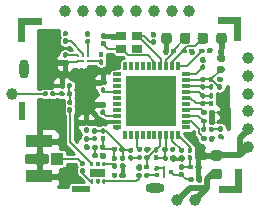
<source format=gbr>
%TF.GenerationSoftware,KiCad,Pcbnew,(5.1.6-0-10_14)*%
%TF.CreationDate,2020-10-05T23:02:53+09:00*%
%TF.ProjectId,RF920A,52463932-3041-42e6-9b69-6361645f7063,rev?*%
%TF.SameCoordinates,Original*%
%TF.FileFunction,Copper,L1,Top*%
%TF.FilePolarity,Positive*%
%FSLAX46Y46*%
G04 Gerber Fmt 4.6, Leading zero omitted, Abs format (unit mm)*
G04 Created by KiCad (PCBNEW (5.1.6-0-10_14)) date 2020-10-05 23:02:53*
%MOMM*%
%LPD*%
G01*
G04 APERTURE LIST*
%TA.AperFunction,WasherPad*%
%ADD10O,1.600000X0.800000*%
%TD*%
%TA.AperFunction,SMDPad,CuDef*%
%ADD11R,0.600000X1.500000*%
%TD*%
%TA.AperFunction,SMDPad,CuDef*%
%ADD12R,1.500000X0.600000*%
%TD*%
%TA.AperFunction,SMDPad,CuDef*%
%ADD13C,0.100000*%
%TD*%
%TA.AperFunction,WasherPad*%
%ADD14O,0.800000X1.600000*%
%TD*%
%TA.AperFunction,SMDPad,CuDef*%
%ADD15R,0.700000X0.300000*%
%TD*%
%TA.AperFunction,SMDPad,CuDef*%
%ADD16R,0.300000X0.700000*%
%TD*%
%TA.AperFunction,SMDPad,CuDef*%
%ADD17R,4.200000X4.200000*%
%TD*%
%TA.AperFunction,SMDPad,CuDef*%
%ADD18R,2.200000X1.050000*%
%TD*%
%TA.AperFunction,SMDPad,CuDef*%
%ADD19R,1.050000X1.000000*%
%TD*%
%TA.AperFunction,SMDPad,CuDef*%
%ADD20R,0.850000X0.750000*%
%TD*%
%TA.AperFunction,SMDPad,CuDef*%
%ADD21C,0.250000*%
%TD*%
%TA.AperFunction,SMDPad,CuDef*%
%ADD22R,0.250000X0.425000*%
%TD*%
%TA.AperFunction,SMDPad,CuDef*%
%ADD23R,0.425000X0.325000*%
%TD*%
%TA.AperFunction,ComponentPad*%
%ADD24C,1.000000*%
%TD*%
%TA.AperFunction,ViaPad*%
%ADD25C,0.400000*%
%TD*%
%TA.AperFunction,Conductor*%
%ADD26C,0.200000*%
%TD*%
%TA.AperFunction,Conductor*%
%ADD27C,0.500000*%
%TD*%
%TA.AperFunction,Conductor*%
%ADD28C,0.254000*%
%TD*%
G04 APERTURE END LIST*
D10*
%TO.P,REF\u002A\u002A,*%
%TO.N,*%
X162075000Y-107000000D03*
D11*
%TO.P,REF\u002A\u002A,1*%
%TO.N,N/C*%
X150800000Y-100500000D03*
D12*
X155800000Y-107100000D03*
%TA.AperFunction,SMDPad,CuDef*%
D13*
G36*
X167500000Y-106800000D02*
G01*
X168900000Y-106800000D01*
X168900000Y-105400000D01*
X169500000Y-105400000D01*
X169500000Y-107400000D01*
X167500000Y-107400000D01*
X167500000Y-106800000D01*
G37*
%TD.AperFunction*%
%TA.AperFunction,SMDPad,CuDef*%
G36*
X168800000Y-94500000D02*
G01*
X168800000Y-93100000D01*
X167400000Y-93100000D01*
X167400000Y-92500000D01*
X169400000Y-92500000D01*
X169400000Y-94500000D01*
X168800000Y-94500000D01*
G37*
%TD.AperFunction*%
D14*
%TO.P,REF\u002A\u002A,*%
%TO.N,*%
X151000000Y-96875000D03*
%TA.AperFunction,SMDPad,CuDef*%
D13*
%TO.P,REF\u002A\u002A,1*%
%TO.N,N/C*%
G36*
X152500000Y-93200000D02*
G01*
X151100000Y-93200000D01*
X151100000Y-94600000D01*
X150500000Y-94600000D01*
X150500000Y-92600000D01*
X152500000Y-92600000D01*
X152500000Y-93200000D01*
G37*
%TD.AperFunction*%
%TD*%
D15*
%TO.P,U1,40*%
%TO.N,+3.3VA*%
X164725000Y-97350000D03*
%TO.P,U1,39*%
%TO.N,Net-(C19-Pad2)*%
X164725000Y-97875000D03*
D16*
%TO.P,U1,30*%
%TO.N,Net-(C34-Pad1)*%
X164050000Y-102525000D03*
%TO.P,U1,29*%
%TO.N,+3.3VA*%
X163550000Y-102525000D03*
D15*
%TO.P,U1,20*%
%TO.N,Net-(C46-Pad2)*%
X158875000Y-101850000D03*
%TO.P,U1,19*%
%TO.N,GND*%
X158875000Y-101350000D03*
D16*
%TO.P,U1,10*%
%TO.N,/SINTN*%
X159550000Y-96675000D03*
%TO.P,U1,9*%
%TO.N,/SDO*%
X160050000Y-96675000D03*
D15*
%TO.P,U1,38*%
%TO.N,Net-(C20-Pad2)*%
X164725000Y-98350000D03*
%TO.P,U1,37*%
%TO.N,Net-(C23-Pad2)*%
X164725000Y-98850000D03*
%TO.P,U1,36*%
%TO.N,Net-(C23-Pad1)*%
X164725000Y-99350000D03*
%TO.P,U1,35*%
%TO.N,Net-(U1-Pad35)*%
X164725000Y-99850000D03*
%TO.P,U1,34*%
%TO.N,/VDDCP*%
X164725000Y-100350000D03*
%TO.P,U1,33*%
%TO.N,Net-(C26-Pad1)*%
X164725000Y-100850000D03*
%TO.P,U1,32*%
%TO.N,/VDDCP*%
X164725000Y-101350000D03*
%TO.P,U1,31*%
%TO.N,Net-(U1-Pad31)*%
X164725000Y-101850000D03*
D16*
%TO.P,U1,28*%
%TO.N,Net-(C37-Pad1)*%
X163050000Y-102525000D03*
%TO.P,U1,27*%
%TO.N,Net-(C33-Pad1)*%
X162550000Y-102525000D03*
%TO.P,U1,26*%
%TO.N,Net-(U1-Pad26)*%
X162050000Y-102525000D03*
%TO.P,U1,25*%
%TO.N,Net-(U1-Pad25)*%
X161550000Y-102525000D03*
%TO.P,U1,24*%
%TO.N,Net-(U1-Pad24)*%
X161050000Y-102525000D03*
%TO.P,U1,23*%
%TO.N,/VDDCP*%
X160550000Y-102525000D03*
%TO.P,U1,22*%
%TO.N,Net-(U1-Pad22)*%
X160050000Y-102525000D03*
%TO.P,U1,21*%
%TO.N,Net-(C45-Pad1)*%
X159550000Y-102525000D03*
D15*
%TO.P,U1,18*%
%TO.N,+3V3*%
X158875000Y-100850000D03*
%TO.P,U1,17*%
%TO.N,Net-(U1-Pad17)*%
X158875000Y-100350000D03*
%TO.P,U1,16*%
%TO.N,Net-(U1-Pad16)*%
X158875000Y-99850000D03*
%TO.P,U1,15*%
%TO.N,Net-(U1-Pad15)*%
X158875000Y-99350000D03*
%TO.P,U1,14*%
%TO.N,+3V3*%
X158875000Y-98850000D03*
%TO.P,U1,13*%
%TO.N,/SDI*%
X158875000Y-98350000D03*
%TO.P,U1,12*%
%TO.N,/SCEN*%
X158875000Y-97850000D03*
%TO.P,U1,11*%
%TO.N,/SCLK*%
X158875000Y-97350000D03*
D16*
%TO.P,U1,8*%
%TO.N,/REGPDIN*%
X160550000Y-96675000D03*
%TO.P,U1,7*%
%TO.N,/RESETN*%
X161050000Y-96675000D03*
%TO.P,U1,6*%
%TO.N,GND*%
X161550000Y-96675000D03*
%TO.P,U1,5*%
%TO.N,/XT-*%
X162050000Y-96675000D03*
%TO.P,U1,4*%
%TO.N,/XT+*%
X162550000Y-96675000D03*
%TO.P,U1,3*%
%TO.N,Net-(C12-Pad1)*%
X163050000Y-96675000D03*
%TO.P,U1,2*%
%TO.N,/VDDCP*%
X163550000Y-96675000D03*
%TO.P,U1,1*%
%TO.N,Net-(C17-Pad2)*%
X164050000Y-96675000D03*
D17*
%TO.P,U1,41*%
%TO.N,GND*%
X161800000Y-99600000D03*
%TD*%
%TO.P,L10,2*%
%TO.N,Net-(C47-Pad2)*%
%TA.AperFunction,SMDPad,CuDef*%
G36*
G01*
X154620000Y-99100000D02*
X154620000Y-98900000D01*
G75*
G02*
X154720000Y-98800000I100000J0D01*
G01*
X154980000Y-98800000D01*
G75*
G02*
X155080000Y-98900000I0J-100000D01*
G01*
X155080000Y-99100000D01*
G75*
G02*
X154980000Y-99200000I-100000J0D01*
G01*
X154720000Y-99200000D01*
G75*
G02*
X154620000Y-99100000I0J100000D01*
G01*
G37*
%TD.AperFunction*%
%TO.P,L10,1*%
%TO.N,Net-(L10-Pad1)*%
%TA.AperFunction,SMDPad,CuDef*%
G36*
G01*
X153980000Y-99100000D02*
X153980000Y-98900000D01*
G75*
G02*
X154080000Y-98800000I100000J0D01*
G01*
X154340000Y-98800000D01*
G75*
G02*
X154440000Y-98900000I0J-100000D01*
G01*
X154440000Y-99100000D01*
G75*
G02*
X154340000Y-99200000I-100000J0D01*
G01*
X154080000Y-99200000D01*
G75*
G02*
X153980000Y-99100000I0J100000D01*
G01*
G37*
%TD.AperFunction*%
%TD*%
D18*
%TO.P,U2,3*%
%TO.N,GND*%
X152290000Y-105975000D03*
D19*
%TO.P,U2,1*%
%TO.N,Net-(C48-Pad1)*%
X153815000Y-104500000D03*
D18*
%TO.P,U2,2*%
%TO.N,GND*%
X152290000Y-103025000D03*
%TD*%
D20*
%TO.P,U5,4*%
%TO.N,GND*%
X160575000Y-95175000D03*
%TO.P,U5,3*%
%TO.N,/XT-*%
X159250000Y-95175000D03*
%TO.P,U5,2*%
%TO.N,GND*%
X159250000Y-94125000D03*
%TO.P,U5,1*%
%TO.N,/XT+*%
X160575000Y-94125000D03*
%TD*%
%TO.P,C1,2*%
%TO.N,+3.3VA*%
%TA.AperFunction,SMDPad,CuDef*%
G36*
G01*
X167043750Y-105350000D02*
X167556250Y-105350000D01*
G75*
G02*
X167775000Y-105568750I0J-218750D01*
G01*
X167775000Y-106006250D01*
G75*
G02*
X167556250Y-106225000I-218750J0D01*
G01*
X167043750Y-106225000D01*
G75*
G02*
X166825000Y-106006250I0J218750D01*
G01*
X166825000Y-105568750D01*
G75*
G02*
X167043750Y-105350000I218750J0D01*
G01*
G37*
%TD.AperFunction*%
%TO.P,C1,1*%
%TO.N,GND*%
%TA.AperFunction,SMDPad,CuDef*%
G36*
G01*
X167043750Y-103775000D02*
X167556250Y-103775000D01*
G75*
G02*
X167775000Y-103993750I0J-218750D01*
G01*
X167775000Y-104431250D01*
G75*
G02*
X167556250Y-104650000I-218750J0D01*
G01*
X167043750Y-104650000D01*
G75*
G02*
X166825000Y-104431250I0J218750D01*
G01*
X166825000Y-103993750D01*
G75*
G02*
X167043750Y-103775000I218750J0D01*
G01*
G37*
%TD.AperFunction*%
%TD*%
%TO.P,C19,2*%
%TO.N,Net-(C19-Pad2)*%
%TA.AperFunction,SMDPad,CuDef*%
G36*
G01*
X167497500Y-96660000D02*
X167842500Y-96660000D01*
G75*
G02*
X167990000Y-96807500I0J-147500D01*
G01*
X167990000Y-97102500D01*
G75*
G02*
X167842500Y-97250000I-147500J0D01*
G01*
X167497500Y-97250000D01*
G75*
G02*
X167350000Y-97102500I0J147500D01*
G01*
X167350000Y-96807500D01*
G75*
G02*
X167497500Y-96660000I147500J0D01*
G01*
G37*
%TD.AperFunction*%
%TO.P,C19,1*%
%TO.N,GND*%
%TA.AperFunction,SMDPad,CuDef*%
G36*
G01*
X167497500Y-95690000D02*
X167842500Y-95690000D01*
G75*
G02*
X167990000Y-95837500I0J-147500D01*
G01*
X167990000Y-96132500D01*
G75*
G02*
X167842500Y-96280000I-147500J0D01*
G01*
X167497500Y-96280000D01*
G75*
G02*
X167350000Y-96132500I0J147500D01*
G01*
X167350000Y-95837500D01*
G75*
G02*
X167497500Y-95690000I147500J0D01*
G01*
G37*
%TD.AperFunction*%
%TD*%
%TO.P,C13,2*%
%TO.N,Net-(C12-Pad1)*%
%TA.AperFunction,SMDPad,CuDef*%
G36*
G01*
X164212500Y-94556250D02*
X164212500Y-94043750D01*
G75*
G02*
X164431250Y-93825000I218750J0D01*
G01*
X164868750Y-93825000D01*
G75*
G02*
X165087500Y-94043750I0J-218750D01*
G01*
X165087500Y-94556250D01*
G75*
G02*
X164868750Y-94775000I-218750J0D01*
G01*
X164431250Y-94775000D01*
G75*
G02*
X164212500Y-94556250I0J218750D01*
G01*
G37*
%TD.AperFunction*%
%TO.P,C13,1*%
%TO.N,GND*%
%TA.AperFunction,SMDPad,CuDef*%
G36*
G01*
X162637500Y-94556250D02*
X162637500Y-94043750D01*
G75*
G02*
X162856250Y-93825000I218750J0D01*
G01*
X163293750Y-93825000D01*
G75*
G02*
X163512500Y-94043750I0J-218750D01*
G01*
X163512500Y-94556250D01*
G75*
G02*
X163293750Y-94775000I-218750J0D01*
G01*
X162856250Y-94775000D01*
G75*
G02*
X162637500Y-94556250I0J218750D01*
G01*
G37*
%TD.AperFunction*%
%TD*%
%TO.P,C11,2*%
%TO.N,/VDDCP*%
%TA.AperFunction,SMDPad,CuDef*%
G36*
G01*
X166587500Y-94043750D02*
X166587500Y-94556250D01*
G75*
G02*
X166368750Y-94775000I-218750J0D01*
G01*
X165931250Y-94775000D01*
G75*
G02*
X165712500Y-94556250I0J218750D01*
G01*
X165712500Y-94043750D01*
G75*
G02*
X165931250Y-93825000I218750J0D01*
G01*
X166368750Y-93825000D01*
G75*
G02*
X166587500Y-94043750I0J-218750D01*
G01*
G37*
%TD.AperFunction*%
%TO.P,C11,1*%
%TO.N,GND*%
%TA.AperFunction,SMDPad,CuDef*%
G36*
G01*
X168162500Y-94043750D02*
X168162500Y-94556250D01*
G75*
G02*
X167943750Y-94775000I-218750J0D01*
G01*
X167506250Y-94775000D01*
G75*
G02*
X167287500Y-94556250I0J218750D01*
G01*
X167287500Y-94043750D01*
G75*
G02*
X167506250Y-93825000I218750J0D01*
G01*
X167943750Y-93825000D01*
G75*
G02*
X168162500Y-94043750I0J-218750D01*
G01*
G37*
%TD.AperFunction*%
%TD*%
%TO.P,C16,2*%
%TO.N,GND*%
%TA.AperFunction,SMDPad,CuDef*%
G36*
G01*
X157825000Y-94335000D02*
X157625000Y-94335000D01*
G75*
G02*
X157525000Y-94235000I0J100000D01*
G01*
X157525000Y-93975000D01*
G75*
G02*
X157625000Y-93875000I100000J0D01*
G01*
X157825000Y-93875000D01*
G75*
G02*
X157925000Y-93975000I0J-100000D01*
G01*
X157925000Y-94235000D01*
G75*
G02*
X157825000Y-94335000I-100000J0D01*
G01*
G37*
%TD.AperFunction*%
%TO.P,C16,1*%
%TO.N,/XT-*%
%TA.AperFunction,SMDPad,CuDef*%
G36*
G01*
X157825000Y-94975000D02*
X157625000Y-94975000D01*
G75*
G02*
X157525000Y-94875000I0J100000D01*
G01*
X157525000Y-94615000D01*
G75*
G02*
X157625000Y-94515000I100000J0D01*
G01*
X157825000Y-94515000D01*
G75*
G02*
X157925000Y-94615000I0J-100000D01*
G01*
X157925000Y-94875000D01*
G75*
G02*
X157825000Y-94975000I-100000J0D01*
G01*
G37*
%TD.AperFunction*%
%TD*%
%TO.P,C42,2*%
%TO.N,Net-(C42-Pad2)*%
%TA.AperFunction,SMDPad,CuDef*%
G36*
G01*
X160980000Y-105800000D02*
X160980000Y-106000000D01*
G75*
G02*
X160880000Y-106100000I-100000J0D01*
G01*
X160620000Y-106100000D01*
G75*
G02*
X160520000Y-106000000I0J100000D01*
G01*
X160520000Y-105800000D01*
G75*
G02*
X160620000Y-105700000I100000J0D01*
G01*
X160880000Y-105700000D01*
G75*
G02*
X160980000Y-105800000I0J-100000D01*
G01*
G37*
%TD.AperFunction*%
%TO.P,C42,1*%
%TO.N,Net-(C42-Pad1)*%
%TA.AperFunction,SMDPad,CuDef*%
G36*
G01*
X161620000Y-105800000D02*
X161620000Y-106000000D01*
G75*
G02*
X161520000Y-106100000I-100000J0D01*
G01*
X161260000Y-106100000D01*
G75*
G02*
X161160000Y-106000000I0J100000D01*
G01*
X161160000Y-105800000D01*
G75*
G02*
X161260000Y-105700000I100000J0D01*
G01*
X161520000Y-105700000D01*
G75*
G02*
X161620000Y-105800000I0J-100000D01*
G01*
G37*
%TD.AperFunction*%
%TD*%
D21*
%TO.P,U6,A3*%
%TO.N,+3V3*%
X155600000Y-95800000D03*
%TO.P,U6,B3*%
%TO.N,GND*%
X155600000Y-96200000D03*
%TO.P,U6,A2*%
%TO.N,/WP*%
X156000000Y-95800000D03*
%TO.P,U6,B2*%
%TO.N,GND*%
X156000000Y-96200000D03*
%TO.P,U6,B1*%
%TO.N,/SDA*%
X156400000Y-96200000D03*
%TO.P,U6,A1*%
%TO.N,/SCL*%
X156400000Y-95800000D03*
%TD*%
D22*
%TO.P,U4,5*%
%TO.N,GND*%
X162875000Y-105937500D03*
%TO.P,U4,2*%
X162875000Y-105262500D03*
D23*
%TO.P,U4,4*%
%TO.N,Net-(C42-Pad1)*%
X162237500Y-105887500D03*
%TO.P,U4,3*%
%TO.N,GND*%
X162237500Y-105312500D03*
%TO.P,U4,1*%
%TO.N,Net-(C36-Pad2)*%
X163462500Y-105600000D03*
%TD*%
%TO.P,U3,7*%
%TO.N,N/C*%
%TA.AperFunction,SMDPad,CuDef*%
G36*
G01*
X157850301Y-106050000D02*
X156649699Y-106050000D01*
G75*
G02*
X156600000Y-106000301I0J49699D01*
G01*
X156600000Y-105399699D01*
G75*
G02*
X156649699Y-105350000I49699J0D01*
G01*
X157850301Y-105350000D01*
G75*
G02*
X157900000Y-105399699I0J-49699D01*
G01*
X157900000Y-106000301D01*
G75*
G02*
X157850301Y-106050000I-49699J0D01*
G01*
G37*
%TD.AperFunction*%
%TO.P,U3,6*%
%TO.N,Net-(C47-Pad1)*%
%TA.AperFunction,SMDPad,CuDef*%
G36*
G01*
X156825000Y-105150000D02*
X156675000Y-105150000D01*
G75*
G02*
X156625000Y-105100000I0J50000D01*
G01*
X156625000Y-104850000D01*
G75*
G02*
X156675000Y-104800000I50000J0D01*
G01*
X156825000Y-104800000D01*
G75*
G02*
X156875000Y-104850000I0J-50000D01*
G01*
X156875000Y-105100000D01*
G75*
G02*
X156825000Y-105150000I-50000J0D01*
G01*
G37*
%TD.AperFunction*%
%TO.P,U3,5*%
%TO.N,Net-(C46-Pad2)*%
%TA.AperFunction,SMDPad,CuDef*%
G36*
G01*
X157325000Y-105150000D02*
X157175000Y-105150000D01*
G75*
G02*
X157125000Y-105100000I0J50000D01*
G01*
X157125000Y-104850000D01*
G75*
G02*
X157175000Y-104800000I50000J0D01*
G01*
X157325000Y-104800000D01*
G75*
G02*
X157375000Y-104850000I0J-50000D01*
G01*
X157375000Y-105100000D01*
G75*
G02*
X157325000Y-105150000I-50000J0D01*
G01*
G37*
%TD.AperFunction*%
%TO.P,U3,4*%
%TO.N,Net-(C44-Pad2)*%
%TA.AperFunction,SMDPad,CuDef*%
G36*
G01*
X157850000Y-105150000D02*
X157700000Y-105150000D01*
G75*
G02*
X157650000Y-105100000I0J50000D01*
G01*
X157650000Y-104850000D01*
G75*
G02*
X157700000Y-104800000I50000J0D01*
G01*
X157850000Y-104800000D01*
G75*
G02*
X157900000Y-104850000I0J-50000D01*
G01*
X157900000Y-105100000D01*
G75*
G02*
X157850000Y-105150000I-50000J0D01*
G01*
G37*
%TD.AperFunction*%
%TO.P,U3,3*%
%TO.N,Net-(C42-Pad2)*%
%TA.AperFunction,SMDPad,CuDef*%
G36*
G01*
X157825000Y-106600000D02*
X157675000Y-106600000D01*
G75*
G02*
X157625000Y-106550000I0J50000D01*
G01*
X157625000Y-106300000D01*
G75*
G02*
X157675000Y-106250000I50000J0D01*
G01*
X157825000Y-106250000D01*
G75*
G02*
X157875000Y-106300000I0J-50000D01*
G01*
X157875000Y-106550000D01*
G75*
G02*
X157825000Y-106600000I-50000J0D01*
G01*
G37*
%TD.AperFunction*%
%TO.P,U3,2*%
%TO.N,Net-(C45-Pad1)*%
%TA.AperFunction,SMDPad,CuDef*%
G36*
G01*
X157325000Y-106600000D02*
X157175000Y-106600000D01*
G75*
G02*
X157125000Y-106550000I0J50000D01*
G01*
X157125000Y-106300000D01*
G75*
G02*
X157175000Y-106250000I50000J0D01*
G01*
X157325000Y-106250000D01*
G75*
G02*
X157375000Y-106300000I0J-50000D01*
G01*
X157375000Y-106550000D01*
G75*
G02*
X157325000Y-106600000I-50000J0D01*
G01*
G37*
%TD.AperFunction*%
%TO.P,U3,1*%
%TO.N,Net-(C48-Pad2)*%
%TA.AperFunction,SMDPad,CuDef*%
G36*
G01*
X156825000Y-106600000D02*
X156675000Y-106600000D01*
G75*
G02*
X156625000Y-106550000I0J50000D01*
G01*
X156625000Y-106300000D01*
G75*
G02*
X156675000Y-106250000I50000J0D01*
G01*
X156825000Y-106250000D01*
G75*
G02*
X156875000Y-106300000I0J-50000D01*
G01*
X156875000Y-106550000D01*
G75*
G02*
X156825000Y-106600000I-50000J0D01*
G01*
G37*
%TD.AperFunction*%
%TD*%
%TO.P,R5,2*%
%TO.N,/SDA*%
%TA.AperFunction,SMDPad,CuDef*%
G36*
G01*
X157430000Y-96090000D02*
X157630000Y-96090000D01*
G75*
G02*
X157730000Y-96190000I0J-100000D01*
G01*
X157730000Y-96450000D01*
G75*
G02*
X157630000Y-96550000I-100000J0D01*
G01*
X157430000Y-96550000D01*
G75*
G02*
X157330000Y-96450000I0J100000D01*
G01*
X157330000Y-96190000D01*
G75*
G02*
X157430000Y-96090000I100000J0D01*
G01*
G37*
%TD.AperFunction*%
%TO.P,R5,1*%
%TO.N,+3V3*%
%TA.AperFunction,SMDPad,CuDef*%
G36*
G01*
X157430000Y-95450000D02*
X157630000Y-95450000D01*
G75*
G02*
X157730000Y-95550000I0J-100000D01*
G01*
X157730000Y-95810000D01*
G75*
G02*
X157630000Y-95910000I-100000J0D01*
G01*
X157430000Y-95910000D01*
G75*
G02*
X157330000Y-95810000I0J100000D01*
G01*
X157330000Y-95550000D01*
G75*
G02*
X157430000Y-95450000I100000J0D01*
G01*
G37*
%TD.AperFunction*%
%TD*%
%TO.P,R6,2*%
%TO.N,/SCL*%
%TA.AperFunction,SMDPad,CuDef*%
G36*
G01*
X156290000Y-94340000D02*
X156490000Y-94340000D01*
G75*
G02*
X156590000Y-94440000I0J-100000D01*
G01*
X156590000Y-94700000D01*
G75*
G02*
X156490000Y-94800000I-100000J0D01*
G01*
X156290000Y-94800000D01*
G75*
G02*
X156190000Y-94700000I0J100000D01*
G01*
X156190000Y-94440000D01*
G75*
G02*
X156290000Y-94340000I100000J0D01*
G01*
G37*
%TD.AperFunction*%
%TO.P,R6,1*%
%TO.N,+3V3*%
%TA.AperFunction,SMDPad,CuDef*%
G36*
G01*
X156290000Y-93700000D02*
X156490000Y-93700000D01*
G75*
G02*
X156590000Y-93800000I0J-100000D01*
G01*
X156590000Y-94060000D01*
G75*
G02*
X156490000Y-94160000I-100000J0D01*
G01*
X156290000Y-94160000D01*
G75*
G02*
X156190000Y-94060000I0J100000D01*
G01*
X156190000Y-93800000D01*
G75*
G02*
X156290000Y-93700000I100000J0D01*
G01*
G37*
%TD.AperFunction*%
%TD*%
%TO.P,R7,2*%
%TO.N,+3V3*%
%TA.AperFunction,SMDPad,CuDef*%
G36*
G01*
X154610000Y-94140000D02*
X154410000Y-94140000D01*
G75*
G02*
X154310000Y-94040000I0J100000D01*
G01*
X154310000Y-93780000D01*
G75*
G02*
X154410000Y-93680000I100000J0D01*
G01*
X154610000Y-93680000D01*
G75*
G02*
X154710000Y-93780000I0J-100000D01*
G01*
X154710000Y-94040000D01*
G75*
G02*
X154610000Y-94140000I-100000J0D01*
G01*
G37*
%TD.AperFunction*%
%TO.P,R7,1*%
%TO.N,/WP*%
%TA.AperFunction,SMDPad,CuDef*%
G36*
G01*
X154610000Y-94780000D02*
X154410000Y-94780000D01*
G75*
G02*
X154310000Y-94680000I0J100000D01*
G01*
X154310000Y-94420000D01*
G75*
G02*
X154410000Y-94320000I100000J0D01*
G01*
X154610000Y-94320000D01*
G75*
G02*
X154710000Y-94420000I0J-100000D01*
G01*
X154710000Y-94680000D01*
G75*
G02*
X154610000Y-94780000I-100000J0D01*
G01*
G37*
%TD.AperFunction*%
%TD*%
%TO.P,R8,2*%
%TO.N,GND*%
%TA.AperFunction,SMDPad,CuDef*%
G36*
G01*
X167650000Y-98010000D02*
X167450000Y-98010000D01*
G75*
G02*
X167350000Y-97910000I0J100000D01*
G01*
X167350000Y-97650000D01*
G75*
G02*
X167450000Y-97550000I100000J0D01*
G01*
X167650000Y-97550000D01*
G75*
G02*
X167750000Y-97650000I0J-100000D01*
G01*
X167750000Y-97910000D01*
G75*
G02*
X167650000Y-98010000I-100000J0D01*
G01*
G37*
%TD.AperFunction*%
%TO.P,R8,1*%
%TO.N,Net-(C19-Pad2)*%
%TA.AperFunction,SMDPad,CuDef*%
G36*
G01*
X167650000Y-98650000D02*
X167450000Y-98650000D01*
G75*
G02*
X167350000Y-98550000I0J100000D01*
G01*
X167350000Y-98290000D01*
G75*
G02*
X167450000Y-98190000I100000J0D01*
G01*
X167650000Y-98190000D01*
G75*
G02*
X167750000Y-98290000I0J-100000D01*
G01*
X167750000Y-98550000D01*
G75*
G02*
X167650000Y-98650000I-100000J0D01*
G01*
G37*
%TD.AperFunction*%
%TD*%
%TO.P,R9,2*%
%TO.N,Net-(C28-Pad1)*%
%TA.AperFunction,SMDPad,CuDef*%
G36*
G01*
X166630000Y-102112000D02*
X166630000Y-101912000D01*
G75*
G02*
X166730000Y-101812000I100000J0D01*
G01*
X166990000Y-101812000D01*
G75*
G02*
X167090000Y-101912000I0J-100000D01*
G01*
X167090000Y-102112000D01*
G75*
G02*
X166990000Y-102212000I-100000J0D01*
G01*
X166730000Y-102212000D01*
G75*
G02*
X166630000Y-102112000I0J100000D01*
G01*
G37*
%TD.AperFunction*%
%TO.P,R9,1*%
%TO.N,Net-(C26-Pad1)*%
%TA.AperFunction,SMDPad,CuDef*%
G36*
G01*
X165990000Y-102112000D02*
X165990000Y-101912000D01*
G75*
G02*
X166090000Y-101812000I100000J0D01*
G01*
X166350000Y-101812000D01*
G75*
G02*
X166450000Y-101912000I0J-100000D01*
G01*
X166450000Y-102112000D01*
G75*
G02*
X166350000Y-102212000I-100000J0D01*
G01*
X166090000Y-102212000D01*
G75*
G02*
X165990000Y-102112000I0J100000D01*
G01*
G37*
%TD.AperFunction*%
%TD*%
%TO.P,L1,2*%
%TO.N,Net-(C23-Pad2)*%
%TA.AperFunction,SMDPad,CuDef*%
G36*
G01*
X166250000Y-99410000D02*
X166050000Y-99410000D01*
G75*
G02*
X165950000Y-99310000I0J100000D01*
G01*
X165950000Y-99050000D01*
G75*
G02*
X166050000Y-98950000I100000J0D01*
G01*
X166250000Y-98950000D01*
G75*
G02*
X166350000Y-99050000I0J-100000D01*
G01*
X166350000Y-99310000D01*
G75*
G02*
X166250000Y-99410000I-100000J0D01*
G01*
G37*
%TD.AperFunction*%
%TO.P,L1,1*%
%TO.N,Net-(C23-Pad1)*%
%TA.AperFunction,SMDPad,CuDef*%
G36*
G01*
X166250000Y-100050000D02*
X166050000Y-100050000D01*
G75*
G02*
X165950000Y-99950000I0J100000D01*
G01*
X165950000Y-99690000D01*
G75*
G02*
X166050000Y-99590000I100000J0D01*
G01*
X166250000Y-99590000D01*
G75*
G02*
X166350000Y-99690000I0J-100000D01*
G01*
X166350000Y-99950000D01*
G75*
G02*
X166250000Y-100050000I-100000J0D01*
G01*
G37*
%TD.AperFunction*%
%TD*%
%TO.P,L2,2*%
%TO.N,Net-(C37-Pad1)*%
%TA.AperFunction,SMDPad,CuDef*%
G36*
G01*
X162075000Y-104170000D02*
X162275000Y-104170000D01*
G75*
G02*
X162375000Y-104270000I0J-100000D01*
G01*
X162375000Y-104530000D01*
G75*
G02*
X162275000Y-104630000I-100000J0D01*
G01*
X162075000Y-104630000D01*
G75*
G02*
X161975000Y-104530000I0J100000D01*
G01*
X161975000Y-104270000D01*
G75*
G02*
X162075000Y-104170000I100000J0D01*
G01*
G37*
%TD.AperFunction*%
%TO.P,L2,1*%
%TO.N,Net-(C33-Pad1)*%
%TA.AperFunction,SMDPad,CuDef*%
G36*
G01*
X162075000Y-103530000D02*
X162275000Y-103530000D01*
G75*
G02*
X162375000Y-103630000I0J-100000D01*
G01*
X162375000Y-103890000D01*
G75*
G02*
X162275000Y-103990000I-100000J0D01*
G01*
X162075000Y-103990000D01*
G75*
G02*
X161975000Y-103890000I0J100000D01*
G01*
X161975000Y-103630000D01*
G75*
G02*
X162075000Y-103530000I100000J0D01*
G01*
G37*
%TD.AperFunction*%
%TD*%
%TO.P,L3,2*%
%TO.N,GND*%
%TA.AperFunction,SMDPad,CuDef*%
G36*
G01*
X165510000Y-105300000D02*
X165510000Y-105100000D01*
G75*
G02*
X165610000Y-105000000I100000J0D01*
G01*
X165870000Y-105000000D01*
G75*
G02*
X165970000Y-105100000I0J-100000D01*
G01*
X165970000Y-105300000D01*
G75*
G02*
X165870000Y-105400000I-100000J0D01*
G01*
X165610000Y-105400000D01*
G75*
G02*
X165510000Y-105300000I0J100000D01*
G01*
G37*
%TD.AperFunction*%
%TO.P,L3,1*%
%TO.N,Net-(C34-Pad2)*%
%TA.AperFunction,SMDPad,CuDef*%
G36*
G01*
X164870000Y-105300000D02*
X164870000Y-105100000D01*
G75*
G02*
X164970000Y-105000000I100000J0D01*
G01*
X165230000Y-105000000D01*
G75*
G02*
X165330000Y-105100000I0J-100000D01*
G01*
X165330000Y-105300000D01*
G75*
G02*
X165230000Y-105400000I-100000J0D01*
G01*
X164970000Y-105400000D01*
G75*
G02*
X164870000Y-105300000I0J100000D01*
G01*
G37*
%TD.AperFunction*%
%TD*%
%TO.P,L5,2*%
%TO.N,Net-(C35-Pad2)*%
%TA.AperFunction,SMDPad,CuDef*%
G36*
G01*
X159950000Y-104190000D02*
X160150000Y-104190000D01*
G75*
G02*
X160250000Y-104290000I0J-100000D01*
G01*
X160250000Y-104550000D01*
G75*
G02*
X160150000Y-104650000I-100000J0D01*
G01*
X159950000Y-104650000D01*
G75*
G02*
X159850000Y-104550000I0J100000D01*
G01*
X159850000Y-104290000D01*
G75*
G02*
X159950000Y-104190000I100000J0D01*
G01*
G37*
%TD.AperFunction*%
%TO.P,L5,1*%
%TO.N,Net-(C39-Pad1)*%
%TA.AperFunction,SMDPad,CuDef*%
G36*
G01*
X159950000Y-103550000D02*
X160150000Y-103550000D01*
G75*
G02*
X160250000Y-103650000I0J-100000D01*
G01*
X160250000Y-103910000D01*
G75*
G02*
X160150000Y-104010000I-100000J0D01*
G01*
X159950000Y-104010000D01*
G75*
G02*
X159850000Y-103910000I0J100000D01*
G01*
X159850000Y-103650000D01*
G75*
G02*
X159950000Y-103550000I100000J0D01*
G01*
G37*
%TD.AperFunction*%
%TD*%
%TO.P,L4,2*%
%TO.N,GND*%
%TA.AperFunction,SMDPad,CuDef*%
G36*
G01*
X165565000Y-106346000D02*
X165565000Y-106146000D01*
G75*
G02*
X165665000Y-106046000I100000J0D01*
G01*
X165925000Y-106046000D01*
G75*
G02*
X166025000Y-106146000I0J-100000D01*
G01*
X166025000Y-106346000D01*
G75*
G02*
X165925000Y-106446000I-100000J0D01*
G01*
X165665000Y-106446000D01*
G75*
G02*
X165565000Y-106346000I0J100000D01*
G01*
G37*
%TD.AperFunction*%
%TO.P,L4,1*%
%TO.N,Net-(C36-Pad2)*%
%TA.AperFunction,SMDPad,CuDef*%
G36*
G01*
X164925000Y-106346000D02*
X164925000Y-106146000D01*
G75*
G02*
X165025000Y-106046000I100000J0D01*
G01*
X165285000Y-106046000D01*
G75*
G02*
X165385000Y-106146000I0J-100000D01*
G01*
X165385000Y-106346000D01*
G75*
G02*
X165285000Y-106446000I-100000J0D01*
G01*
X165025000Y-106446000D01*
G75*
G02*
X164925000Y-106346000I0J100000D01*
G01*
G37*
%TD.AperFunction*%
%TD*%
%TO.P,L6,2*%
%TO.N,Net-(C40-Pad1)*%
%TA.AperFunction,SMDPad,CuDef*%
G36*
G01*
X156880000Y-102560000D02*
X157080000Y-102560000D01*
G75*
G02*
X157180000Y-102660000I0J-100000D01*
G01*
X157180000Y-102920000D01*
G75*
G02*
X157080000Y-103020000I-100000J0D01*
G01*
X156880000Y-103020000D01*
G75*
G02*
X156780000Y-102920000I0J100000D01*
G01*
X156780000Y-102660000D01*
G75*
G02*
X156880000Y-102560000I100000J0D01*
G01*
G37*
%TD.AperFunction*%
%TO.P,L6,1*%
%TO.N,Net-(C39-Pad1)*%
%TA.AperFunction,SMDPad,CuDef*%
G36*
G01*
X156880000Y-101920000D02*
X157080000Y-101920000D01*
G75*
G02*
X157180000Y-102020000I0J-100000D01*
G01*
X157180000Y-102280000D01*
G75*
G02*
X157080000Y-102380000I-100000J0D01*
G01*
X156880000Y-102380000D01*
G75*
G02*
X156780000Y-102280000I0J100000D01*
G01*
X156780000Y-102020000D01*
G75*
G02*
X156880000Y-101920000I100000J0D01*
G01*
G37*
%TD.AperFunction*%
%TD*%
%TO.P,L7,2*%
%TO.N,Net-(C39-Pad1)*%
%TA.AperFunction,SMDPad,CuDef*%
G36*
G01*
X157790000Y-102380000D02*
X157590000Y-102380000D01*
G75*
G02*
X157490000Y-102280000I0J100000D01*
G01*
X157490000Y-102020000D01*
G75*
G02*
X157590000Y-101920000I100000J0D01*
G01*
X157790000Y-101920000D01*
G75*
G02*
X157890000Y-102020000I0J-100000D01*
G01*
X157890000Y-102280000D01*
G75*
G02*
X157790000Y-102380000I-100000J0D01*
G01*
G37*
%TD.AperFunction*%
%TO.P,L7,1*%
%TO.N,Net-(C41-Pad1)*%
%TA.AperFunction,SMDPad,CuDef*%
G36*
G01*
X157790000Y-103020000D02*
X157590000Y-103020000D01*
G75*
G02*
X157490000Y-102920000I0J100000D01*
G01*
X157490000Y-102660000D01*
G75*
G02*
X157590000Y-102560000I100000J0D01*
G01*
X157790000Y-102560000D01*
G75*
G02*
X157890000Y-102660000I0J-100000D01*
G01*
X157890000Y-102920000D01*
G75*
G02*
X157790000Y-103020000I-100000J0D01*
G01*
G37*
%TD.AperFunction*%
%TD*%
%TO.P,L8,2*%
%TO.N,Net-(C43-Pad1)*%
%TA.AperFunction,SMDPad,CuDef*%
G36*
G01*
X157250000Y-103420000D02*
X157250000Y-103620000D01*
G75*
G02*
X157150000Y-103720000I-100000J0D01*
G01*
X156890000Y-103720000D01*
G75*
G02*
X156790000Y-103620000I0J100000D01*
G01*
X156790000Y-103420000D01*
G75*
G02*
X156890000Y-103320000I100000J0D01*
G01*
X157150000Y-103320000D01*
G75*
G02*
X157250000Y-103420000I0J-100000D01*
G01*
G37*
%TD.AperFunction*%
%TO.P,L8,1*%
%TO.N,Net-(C41-Pad1)*%
%TA.AperFunction,SMDPad,CuDef*%
G36*
G01*
X157890000Y-103420000D02*
X157890000Y-103620000D01*
G75*
G02*
X157790000Y-103720000I-100000J0D01*
G01*
X157530000Y-103720000D01*
G75*
G02*
X157430000Y-103620000I0J100000D01*
G01*
X157430000Y-103420000D01*
G75*
G02*
X157530000Y-103320000I100000J0D01*
G01*
X157790000Y-103320000D01*
G75*
G02*
X157890000Y-103420000I0J-100000D01*
G01*
G37*
%TD.AperFunction*%
%TD*%
%TO.P,L9,2*%
%TO.N,Net-(L10-Pad1)*%
%TA.AperFunction,SMDPad,CuDef*%
G36*
G01*
X153220000Y-99100000D02*
X153220000Y-98900000D01*
G75*
G02*
X153320000Y-98800000I100000J0D01*
G01*
X153580000Y-98800000D01*
G75*
G02*
X153680000Y-98900000I0J-100000D01*
G01*
X153680000Y-99100000D01*
G75*
G02*
X153580000Y-99200000I-100000J0D01*
G01*
X153320000Y-99200000D01*
G75*
G02*
X153220000Y-99100000I0J100000D01*
G01*
G37*
%TD.AperFunction*%
%TO.P,L9,1*%
%TO.N,Net-(J1-Pad1)*%
%TA.AperFunction,SMDPad,CuDef*%
G36*
G01*
X152580000Y-99100000D02*
X152580000Y-98900000D01*
G75*
G02*
X152680000Y-98800000I100000J0D01*
G01*
X152940000Y-98800000D01*
G75*
G02*
X153040000Y-98900000I0J-100000D01*
G01*
X153040000Y-99100000D01*
G75*
G02*
X152940000Y-99200000I-100000J0D01*
G01*
X152680000Y-99200000D01*
G75*
G02*
X152580000Y-99100000I0J100000D01*
G01*
G37*
%TD.AperFunction*%
%TD*%
%TO.P,L11,2*%
%TO.N,Net-(C47-Pad2)*%
%TA.AperFunction,SMDPad,CuDef*%
G36*
G01*
X154620000Y-98400000D02*
X154620000Y-98200000D01*
G75*
G02*
X154720000Y-98100000I100000J0D01*
G01*
X154980000Y-98100000D01*
G75*
G02*
X155080000Y-98200000I0J-100000D01*
G01*
X155080000Y-98400000D01*
G75*
G02*
X154980000Y-98500000I-100000J0D01*
G01*
X154720000Y-98500000D01*
G75*
G02*
X154620000Y-98400000I0J100000D01*
G01*
G37*
%TD.AperFunction*%
%TO.P,L11,1*%
%TO.N,GND*%
%TA.AperFunction,SMDPad,CuDef*%
G36*
G01*
X153980000Y-98400000D02*
X153980000Y-98200000D01*
G75*
G02*
X154080000Y-98100000I100000J0D01*
G01*
X154340000Y-98100000D01*
G75*
G02*
X154440000Y-98200000I0J-100000D01*
G01*
X154440000Y-98400000D01*
G75*
G02*
X154340000Y-98500000I-100000J0D01*
G01*
X154080000Y-98500000D01*
G75*
G02*
X153980000Y-98400000I0J100000D01*
G01*
G37*
%TD.AperFunction*%
%TD*%
D24*
%TO.P,J19,1*%
%TO.N,/SDA*%
X157500000Y-92000000D03*
%TD*%
%TO.P,J17,1*%
%TO.N,GND*%
X170000000Y-103500000D03*
%TD*%
%TO.P,J16,1*%
%TO.N,GND*%
X170000000Y-102000000D03*
%TD*%
%TO.P,J14,1*%
%TO.N,+3.3VA*%
X165500000Y-108000000D03*
%TD*%
%TO.P,J13,1*%
%TO.N,+3.3VA*%
X164000000Y-108000000D03*
%TD*%
%TO.P,J12,1*%
%TO.N,/SCL*%
X156000000Y-92000000D03*
%TD*%
%TO.P,J11,1*%
%TO.N,/WP*%
X154500000Y-92000000D03*
%TD*%
%TO.P,J10,1*%
%TO.N,/RESETN*%
X170000000Y-96000000D03*
%TD*%
%TO.P,J9,1*%
%TO.N,/REGPDIN*%
X165000000Y-92000000D03*
%TD*%
%TO.P,J8,1*%
%TO.N,/SDO*%
X163500000Y-92000000D03*
%TD*%
%TO.P,J7,1*%
%TO.N,/SINTN*%
X162000000Y-92000000D03*
%TD*%
%TO.P,J6,1*%
%TO.N,/SCLK*%
X170000000Y-97500000D03*
%TD*%
%TO.P,J5,1*%
%TO.N,/SCEN*%
X170000000Y-99000000D03*
%TD*%
%TO.P,J4,1*%
%TO.N,/SDI*%
X170000000Y-100500000D03*
%TD*%
%TO.P,J3,1*%
%TO.N,+3V3*%
X160500000Y-92000000D03*
%TD*%
%TO.P,J2,1*%
%TO.N,+3V3*%
X159000000Y-92000000D03*
%TD*%
%TO.P,J1,1*%
%TO.N,Net-(J1-Pad1)*%
X150000000Y-99000000D03*
%TD*%
%TO.P,C5,2*%
%TO.N,GND*%
%TA.AperFunction,SMDPad,CuDef*%
G36*
G01*
X154390000Y-96120000D02*
X154590000Y-96120000D01*
G75*
G02*
X154690000Y-96220000I0J-100000D01*
G01*
X154690000Y-96480000D01*
G75*
G02*
X154590000Y-96580000I-100000J0D01*
G01*
X154390000Y-96580000D01*
G75*
G02*
X154290000Y-96480000I0J100000D01*
G01*
X154290000Y-96220000D01*
G75*
G02*
X154390000Y-96120000I100000J0D01*
G01*
G37*
%TD.AperFunction*%
%TO.P,C5,1*%
%TO.N,+3V3*%
%TA.AperFunction,SMDPad,CuDef*%
G36*
G01*
X154390000Y-95480000D02*
X154590000Y-95480000D01*
G75*
G02*
X154690000Y-95580000I0J-100000D01*
G01*
X154690000Y-95840000D01*
G75*
G02*
X154590000Y-95940000I-100000J0D01*
G01*
X154390000Y-95940000D01*
G75*
G02*
X154290000Y-95840000I0J100000D01*
G01*
X154290000Y-95580000D01*
G75*
G02*
X154390000Y-95480000I100000J0D01*
G01*
G37*
%TD.AperFunction*%
%TD*%
%TO.P,C12,2*%
%TO.N,GND*%
%TA.AperFunction,SMDPad,CuDef*%
G36*
G01*
X163270000Y-95280000D02*
X163270000Y-95480000D01*
G75*
G02*
X163170000Y-95580000I-100000J0D01*
G01*
X162910000Y-95580000D01*
G75*
G02*
X162810000Y-95480000I0J100000D01*
G01*
X162810000Y-95280000D01*
G75*
G02*
X162910000Y-95180000I100000J0D01*
G01*
X163170000Y-95180000D01*
G75*
G02*
X163270000Y-95280000I0J-100000D01*
G01*
G37*
%TD.AperFunction*%
%TO.P,C12,1*%
%TO.N,Net-(C12-Pad1)*%
%TA.AperFunction,SMDPad,CuDef*%
G36*
G01*
X163910000Y-95280000D02*
X163910000Y-95480000D01*
G75*
G02*
X163810000Y-95580000I-100000J0D01*
G01*
X163550000Y-95580000D01*
G75*
G02*
X163450000Y-95480000I0J100000D01*
G01*
X163450000Y-95280000D01*
G75*
G02*
X163550000Y-95180000I100000J0D01*
G01*
X163810000Y-95180000D01*
G75*
G02*
X163910000Y-95280000I0J-100000D01*
G01*
G37*
%TD.AperFunction*%
%TD*%
%TO.P,C15,2*%
%TO.N,/XT+*%
%TA.AperFunction,SMDPad,CuDef*%
G36*
G01*
X161850000Y-94395000D02*
X162050000Y-94395000D01*
G75*
G02*
X162150000Y-94495000I0J-100000D01*
G01*
X162150000Y-94755000D01*
G75*
G02*
X162050000Y-94855000I-100000J0D01*
G01*
X161850000Y-94855000D01*
G75*
G02*
X161750000Y-94755000I0J100000D01*
G01*
X161750000Y-94495000D01*
G75*
G02*
X161850000Y-94395000I100000J0D01*
G01*
G37*
%TD.AperFunction*%
%TO.P,C15,1*%
%TO.N,GND*%
%TA.AperFunction,SMDPad,CuDef*%
G36*
G01*
X161850000Y-93755000D02*
X162050000Y-93755000D01*
G75*
G02*
X162150000Y-93855000I0J-100000D01*
G01*
X162150000Y-94115000D01*
G75*
G02*
X162050000Y-94215000I-100000J0D01*
G01*
X161850000Y-94215000D01*
G75*
G02*
X161750000Y-94115000I0J100000D01*
G01*
X161750000Y-93855000D01*
G75*
G02*
X161850000Y-93755000I100000J0D01*
G01*
G37*
%TD.AperFunction*%
%TD*%
%TO.P,C10,2*%
%TO.N,GND*%
%TA.AperFunction,SMDPad,CuDef*%
G36*
G01*
X164965000Y-95490000D02*
X164965000Y-95290000D01*
G75*
G02*
X165065000Y-95190000I100000J0D01*
G01*
X165325000Y-95190000D01*
G75*
G02*
X165425000Y-95290000I0J-100000D01*
G01*
X165425000Y-95490000D01*
G75*
G02*
X165325000Y-95590000I-100000J0D01*
G01*
X165065000Y-95590000D01*
G75*
G02*
X164965000Y-95490000I0J100000D01*
G01*
G37*
%TD.AperFunction*%
%TO.P,C10,1*%
%TO.N,/VDDCP*%
%TA.AperFunction,SMDPad,CuDef*%
G36*
G01*
X164325000Y-95490000D02*
X164325000Y-95290000D01*
G75*
G02*
X164425000Y-95190000I100000J0D01*
G01*
X164685000Y-95190000D01*
G75*
G02*
X164785000Y-95290000I0J-100000D01*
G01*
X164785000Y-95490000D01*
G75*
G02*
X164685000Y-95590000I-100000J0D01*
G01*
X164425000Y-95590000D01*
G75*
G02*
X164325000Y-95490000I0J100000D01*
G01*
G37*
%TD.AperFunction*%
%TD*%
%TO.P,C17,2*%
%TO.N,Net-(C17-Pad2)*%
%TA.AperFunction,SMDPad,CuDef*%
G36*
G01*
X166290000Y-95280000D02*
X166290000Y-95480000D01*
G75*
G02*
X166190000Y-95580000I-100000J0D01*
G01*
X165930000Y-95580000D01*
G75*
G02*
X165830000Y-95480000I0J100000D01*
G01*
X165830000Y-95280000D01*
G75*
G02*
X165930000Y-95180000I100000J0D01*
G01*
X166190000Y-95180000D01*
G75*
G02*
X166290000Y-95280000I0J-100000D01*
G01*
G37*
%TD.AperFunction*%
%TO.P,C17,1*%
%TO.N,GND*%
%TA.AperFunction,SMDPad,CuDef*%
G36*
G01*
X166930000Y-95280000D02*
X166930000Y-95480000D01*
G75*
G02*
X166830000Y-95580000I-100000J0D01*
G01*
X166570000Y-95580000D01*
G75*
G02*
X166470000Y-95480000I0J100000D01*
G01*
X166470000Y-95280000D01*
G75*
G02*
X166570000Y-95180000I100000J0D01*
G01*
X166830000Y-95180000D01*
G75*
G02*
X166930000Y-95280000I0J-100000D01*
G01*
G37*
%TD.AperFunction*%
%TD*%
%TO.P,C18,2*%
%TO.N,GND*%
%TA.AperFunction,SMDPad,CuDef*%
G36*
G01*
X166240000Y-96340000D02*
X166040000Y-96340000D01*
G75*
G02*
X165940000Y-96240000I0J100000D01*
G01*
X165940000Y-95980000D01*
G75*
G02*
X166040000Y-95880000I100000J0D01*
G01*
X166240000Y-95880000D01*
G75*
G02*
X166340000Y-95980000I0J-100000D01*
G01*
X166340000Y-96240000D01*
G75*
G02*
X166240000Y-96340000I-100000J0D01*
G01*
G37*
%TD.AperFunction*%
%TO.P,C18,1*%
%TO.N,+3.3VA*%
%TA.AperFunction,SMDPad,CuDef*%
G36*
G01*
X166240000Y-96980000D02*
X166040000Y-96980000D01*
G75*
G02*
X165940000Y-96880000I0J100000D01*
G01*
X165940000Y-96620000D01*
G75*
G02*
X166040000Y-96520000I100000J0D01*
G01*
X166240000Y-96520000D01*
G75*
G02*
X166340000Y-96620000I0J-100000D01*
G01*
X166340000Y-96880000D01*
G75*
G02*
X166240000Y-96980000I-100000J0D01*
G01*
G37*
%TD.AperFunction*%
%TD*%
%TO.P,C20,2*%
%TO.N,Net-(C20-Pad2)*%
%TA.AperFunction,SMDPad,CuDef*%
G36*
G01*
X166050000Y-98190000D02*
X166250000Y-98190000D01*
G75*
G02*
X166350000Y-98290000I0J-100000D01*
G01*
X166350000Y-98550000D01*
G75*
G02*
X166250000Y-98650000I-100000J0D01*
G01*
X166050000Y-98650000D01*
G75*
G02*
X165950000Y-98550000I0J100000D01*
G01*
X165950000Y-98290000D01*
G75*
G02*
X166050000Y-98190000I100000J0D01*
G01*
G37*
%TD.AperFunction*%
%TO.P,C20,1*%
%TO.N,Net-(C19-Pad2)*%
%TA.AperFunction,SMDPad,CuDef*%
G36*
G01*
X166050000Y-97550000D02*
X166250000Y-97550000D01*
G75*
G02*
X166350000Y-97650000I0J-100000D01*
G01*
X166350000Y-97910000D01*
G75*
G02*
X166250000Y-98010000I-100000J0D01*
G01*
X166050000Y-98010000D01*
G75*
G02*
X165950000Y-97910000I0J100000D01*
G01*
X165950000Y-97650000D01*
G75*
G02*
X166050000Y-97550000I100000J0D01*
G01*
G37*
%TD.AperFunction*%
%TD*%
%TO.P,C21,2*%
%TO.N,Net-(C19-Pad2)*%
%TA.AperFunction,SMDPad,CuDef*%
G36*
G01*
X166950000Y-98010000D02*
X166750000Y-98010000D01*
G75*
G02*
X166650000Y-97910000I0J100000D01*
G01*
X166650000Y-97650000D01*
G75*
G02*
X166750000Y-97550000I100000J0D01*
G01*
X166950000Y-97550000D01*
G75*
G02*
X167050000Y-97650000I0J-100000D01*
G01*
X167050000Y-97910000D01*
G75*
G02*
X166950000Y-98010000I-100000J0D01*
G01*
G37*
%TD.AperFunction*%
%TO.P,C21,1*%
%TO.N,Net-(C20-Pad2)*%
%TA.AperFunction,SMDPad,CuDef*%
G36*
G01*
X166950000Y-98650000D02*
X166750000Y-98650000D01*
G75*
G02*
X166650000Y-98550000I0J100000D01*
G01*
X166650000Y-98290000D01*
G75*
G02*
X166750000Y-98190000I100000J0D01*
G01*
X166950000Y-98190000D01*
G75*
G02*
X167050000Y-98290000I0J-100000D01*
G01*
X167050000Y-98550000D01*
G75*
G02*
X166950000Y-98650000I-100000J0D01*
G01*
G37*
%TD.AperFunction*%
%TD*%
%TO.P,C22,2*%
%TO.N,+3V3*%
%TA.AperFunction,SMDPad,CuDef*%
G36*
G01*
X157600000Y-98450000D02*
X157800000Y-98450000D01*
G75*
G02*
X157900000Y-98550000I0J-100000D01*
G01*
X157900000Y-98810000D01*
G75*
G02*
X157800000Y-98910000I-100000J0D01*
G01*
X157600000Y-98910000D01*
G75*
G02*
X157500000Y-98810000I0J100000D01*
G01*
X157500000Y-98550000D01*
G75*
G02*
X157600000Y-98450000I100000J0D01*
G01*
G37*
%TD.AperFunction*%
%TO.P,C22,1*%
%TO.N,GND*%
%TA.AperFunction,SMDPad,CuDef*%
G36*
G01*
X157600000Y-97810000D02*
X157800000Y-97810000D01*
G75*
G02*
X157900000Y-97910000I0J-100000D01*
G01*
X157900000Y-98170000D01*
G75*
G02*
X157800000Y-98270000I-100000J0D01*
G01*
X157600000Y-98270000D01*
G75*
G02*
X157500000Y-98170000I0J100000D01*
G01*
X157500000Y-97910000D01*
G75*
G02*
X157600000Y-97810000I100000J0D01*
G01*
G37*
%TD.AperFunction*%
%TD*%
%TO.P,C23,2*%
%TO.N,Net-(C23-Pad2)*%
%TA.AperFunction,SMDPad,CuDef*%
G36*
G01*
X166950000Y-99410000D02*
X166750000Y-99410000D01*
G75*
G02*
X166650000Y-99310000I0J100000D01*
G01*
X166650000Y-99050000D01*
G75*
G02*
X166750000Y-98950000I100000J0D01*
G01*
X166950000Y-98950000D01*
G75*
G02*
X167050000Y-99050000I0J-100000D01*
G01*
X167050000Y-99310000D01*
G75*
G02*
X166950000Y-99410000I-100000J0D01*
G01*
G37*
%TD.AperFunction*%
%TO.P,C23,1*%
%TO.N,Net-(C23-Pad1)*%
%TA.AperFunction,SMDPad,CuDef*%
G36*
G01*
X166950000Y-100050000D02*
X166750000Y-100050000D01*
G75*
G02*
X166650000Y-99950000I0J100000D01*
G01*
X166650000Y-99690000D01*
G75*
G02*
X166750000Y-99590000I100000J0D01*
G01*
X166950000Y-99590000D01*
G75*
G02*
X167050000Y-99690000I0J-100000D01*
G01*
X167050000Y-99950000D01*
G75*
G02*
X166950000Y-100050000I-100000J0D01*
G01*
G37*
%TD.AperFunction*%
%TD*%
%TO.P,C25,2*%
%TO.N,+3V3*%
%TA.AperFunction,SMDPad,CuDef*%
G36*
G01*
X157570000Y-100330000D02*
X157770000Y-100330000D01*
G75*
G02*
X157870000Y-100430000I0J-100000D01*
G01*
X157870000Y-100690000D01*
G75*
G02*
X157770000Y-100790000I-100000J0D01*
G01*
X157570000Y-100790000D01*
G75*
G02*
X157470000Y-100690000I0J100000D01*
G01*
X157470000Y-100430000D01*
G75*
G02*
X157570000Y-100330000I100000J0D01*
G01*
G37*
%TD.AperFunction*%
%TO.P,C25,1*%
%TO.N,GND*%
%TA.AperFunction,SMDPad,CuDef*%
G36*
G01*
X157570000Y-99690000D02*
X157770000Y-99690000D01*
G75*
G02*
X157870000Y-99790000I0J-100000D01*
G01*
X157870000Y-100050000D01*
G75*
G02*
X157770000Y-100150000I-100000J0D01*
G01*
X157570000Y-100150000D01*
G75*
G02*
X157470000Y-100050000I0J100000D01*
G01*
X157470000Y-99790000D01*
G75*
G02*
X157570000Y-99690000I100000J0D01*
G01*
G37*
%TD.AperFunction*%
%TD*%
%TO.P,C24,2*%
%TO.N,GND*%
%TA.AperFunction,SMDPad,CuDef*%
G36*
G01*
X166640000Y-100700000D02*
X166640000Y-100500000D01*
G75*
G02*
X166740000Y-100400000I100000J0D01*
G01*
X167000000Y-100400000D01*
G75*
G02*
X167100000Y-100500000I0J-100000D01*
G01*
X167100000Y-100700000D01*
G75*
G02*
X167000000Y-100800000I-100000J0D01*
G01*
X166740000Y-100800000D01*
G75*
G02*
X166640000Y-100700000I0J100000D01*
G01*
G37*
%TD.AperFunction*%
%TO.P,C24,1*%
%TO.N,/VDDCP*%
%TA.AperFunction,SMDPad,CuDef*%
G36*
G01*
X166000000Y-100700000D02*
X166000000Y-100500000D01*
G75*
G02*
X166100000Y-100400000I100000J0D01*
G01*
X166360000Y-100400000D01*
G75*
G02*
X166460000Y-100500000I0J-100000D01*
G01*
X166460000Y-100700000D01*
G75*
G02*
X166360000Y-100800000I-100000J0D01*
G01*
X166100000Y-100800000D01*
G75*
G02*
X166000000Y-100700000I0J100000D01*
G01*
G37*
%TD.AperFunction*%
%TD*%
%TO.P,C26,2*%
%TO.N,GND*%
%TA.AperFunction,SMDPad,CuDef*%
G36*
G01*
X166640000Y-101400000D02*
X166640000Y-101200000D01*
G75*
G02*
X166740000Y-101100000I100000J0D01*
G01*
X167000000Y-101100000D01*
G75*
G02*
X167100000Y-101200000I0J-100000D01*
G01*
X167100000Y-101400000D01*
G75*
G02*
X167000000Y-101500000I-100000J0D01*
G01*
X166740000Y-101500000D01*
G75*
G02*
X166640000Y-101400000I0J100000D01*
G01*
G37*
%TD.AperFunction*%
%TO.P,C26,1*%
%TO.N,Net-(C26-Pad1)*%
%TA.AperFunction,SMDPad,CuDef*%
G36*
G01*
X166000000Y-101400000D02*
X166000000Y-101200000D01*
G75*
G02*
X166100000Y-101100000I100000J0D01*
G01*
X166360000Y-101100000D01*
G75*
G02*
X166460000Y-101200000I0J-100000D01*
G01*
X166460000Y-101400000D01*
G75*
G02*
X166360000Y-101500000I-100000J0D01*
G01*
X166100000Y-101500000D01*
G75*
G02*
X166000000Y-101400000I0J100000D01*
G01*
G37*
%TD.AperFunction*%
%TD*%
%TO.P,C28,2*%
%TO.N,GND*%
%TA.AperFunction,SMDPad,CuDef*%
G36*
G01*
X167550000Y-102390000D02*
X167750000Y-102390000D01*
G75*
G02*
X167850000Y-102490000I0J-100000D01*
G01*
X167850000Y-102750000D01*
G75*
G02*
X167750000Y-102850000I-100000J0D01*
G01*
X167550000Y-102850000D01*
G75*
G02*
X167450000Y-102750000I0J100000D01*
G01*
X167450000Y-102490000D01*
G75*
G02*
X167550000Y-102390000I100000J0D01*
G01*
G37*
%TD.AperFunction*%
%TO.P,C28,1*%
%TO.N,Net-(C28-Pad1)*%
%TA.AperFunction,SMDPad,CuDef*%
G36*
G01*
X167550000Y-101750000D02*
X167750000Y-101750000D01*
G75*
G02*
X167850000Y-101850000I0J-100000D01*
G01*
X167850000Y-102110000D01*
G75*
G02*
X167750000Y-102210000I-100000J0D01*
G01*
X167550000Y-102210000D01*
G75*
G02*
X167450000Y-102110000I0J100000D01*
G01*
X167450000Y-101850000D01*
G75*
G02*
X167550000Y-101750000I100000J0D01*
G01*
G37*
%TD.AperFunction*%
%TD*%
%TO.P,C31,2*%
%TO.N,GND*%
%TA.AperFunction,SMDPad,CuDef*%
G36*
G01*
X164250000Y-104190000D02*
X164450000Y-104190000D01*
G75*
G02*
X164550000Y-104290000I0J-100000D01*
G01*
X164550000Y-104550000D01*
G75*
G02*
X164450000Y-104650000I-100000J0D01*
G01*
X164250000Y-104650000D01*
G75*
G02*
X164150000Y-104550000I0J100000D01*
G01*
X164150000Y-104290000D01*
G75*
G02*
X164250000Y-104190000I100000J0D01*
G01*
G37*
%TD.AperFunction*%
%TO.P,C31,1*%
%TO.N,+3.3VA*%
%TA.AperFunction,SMDPad,CuDef*%
G36*
G01*
X164250000Y-103550000D02*
X164450000Y-103550000D01*
G75*
G02*
X164550000Y-103650000I0J-100000D01*
G01*
X164550000Y-103910000D01*
G75*
G02*
X164450000Y-104010000I-100000J0D01*
G01*
X164250000Y-104010000D01*
G75*
G02*
X164150000Y-103910000I0J100000D01*
G01*
X164150000Y-103650000D01*
G75*
G02*
X164250000Y-103550000I100000J0D01*
G01*
G37*
%TD.AperFunction*%
%TD*%
%TO.P,C29,2*%
%TO.N,/VDDCP*%
%TA.AperFunction,SMDPad,CuDef*%
G36*
G01*
X166460000Y-102700000D02*
X166460000Y-102900000D01*
G75*
G02*
X166360000Y-103000000I-100000J0D01*
G01*
X166100000Y-103000000D01*
G75*
G02*
X166000000Y-102900000I0J100000D01*
G01*
X166000000Y-102700000D01*
G75*
G02*
X166100000Y-102600000I100000J0D01*
G01*
X166360000Y-102600000D01*
G75*
G02*
X166460000Y-102700000I0J-100000D01*
G01*
G37*
%TD.AperFunction*%
%TO.P,C29,1*%
%TO.N,GND*%
%TA.AperFunction,SMDPad,CuDef*%
G36*
G01*
X167100000Y-102700000D02*
X167100000Y-102900000D01*
G75*
G02*
X167000000Y-103000000I-100000J0D01*
G01*
X166740000Y-103000000D01*
G75*
G02*
X166640000Y-102900000I0J100000D01*
G01*
X166640000Y-102700000D01*
G75*
G02*
X166740000Y-102600000I100000J0D01*
G01*
X167000000Y-102600000D01*
G75*
G02*
X167100000Y-102700000I0J-100000D01*
G01*
G37*
%TD.AperFunction*%
%TD*%
%TO.P,C33,2*%
%TO.N,GND*%
%TA.AperFunction,SMDPad,CuDef*%
G36*
G01*
X160980000Y-105100000D02*
X160980000Y-105300000D01*
G75*
G02*
X160880000Y-105400000I-100000J0D01*
G01*
X160620000Y-105400000D01*
G75*
G02*
X160520000Y-105300000I0J100000D01*
G01*
X160520000Y-105100000D01*
G75*
G02*
X160620000Y-105000000I100000J0D01*
G01*
X160880000Y-105000000D01*
G75*
G02*
X160980000Y-105100000I0J-100000D01*
G01*
G37*
%TD.AperFunction*%
%TO.P,C33,1*%
%TO.N,Net-(C33-Pad1)*%
%TA.AperFunction,SMDPad,CuDef*%
G36*
G01*
X161620000Y-105100000D02*
X161620000Y-105300000D01*
G75*
G02*
X161520000Y-105400000I-100000J0D01*
G01*
X161260000Y-105400000D01*
G75*
G02*
X161160000Y-105300000I0J100000D01*
G01*
X161160000Y-105100000D01*
G75*
G02*
X161260000Y-105000000I100000J0D01*
G01*
X161520000Y-105000000D01*
G75*
G02*
X161620000Y-105100000I0J-100000D01*
G01*
G37*
%TD.AperFunction*%
%TD*%
%TO.P,C32,2*%
%TO.N,/VDDCP*%
%TA.AperFunction,SMDPad,CuDef*%
G36*
G01*
X161020000Y-103600000D02*
X161020000Y-103800000D01*
G75*
G02*
X160920000Y-103900000I-100000J0D01*
G01*
X160660000Y-103900000D01*
G75*
G02*
X160560000Y-103800000I0J100000D01*
G01*
X160560000Y-103600000D01*
G75*
G02*
X160660000Y-103500000I100000J0D01*
G01*
X160920000Y-103500000D01*
G75*
G02*
X161020000Y-103600000I0J-100000D01*
G01*
G37*
%TD.AperFunction*%
%TO.P,C32,1*%
%TO.N,GND*%
%TA.AperFunction,SMDPad,CuDef*%
G36*
G01*
X161660000Y-103600000D02*
X161660000Y-103800000D01*
G75*
G02*
X161560000Y-103900000I-100000J0D01*
G01*
X161300000Y-103900000D01*
G75*
G02*
X161200000Y-103800000I0J100000D01*
G01*
X161200000Y-103600000D01*
G75*
G02*
X161300000Y-103500000I100000J0D01*
G01*
X161560000Y-103500000D01*
G75*
G02*
X161660000Y-103600000I0J-100000D01*
G01*
G37*
%TD.AperFunction*%
%TD*%
%TO.P,C38,2*%
%TO.N,Net-(C37-Pad1)*%
%TA.AperFunction,SMDPad,CuDef*%
G36*
G01*
X163180000Y-103600000D02*
X163180000Y-103800000D01*
G75*
G02*
X163080000Y-103900000I-100000J0D01*
G01*
X162820000Y-103900000D01*
G75*
G02*
X162720000Y-103800000I0J100000D01*
G01*
X162720000Y-103600000D01*
G75*
G02*
X162820000Y-103500000I100000J0D01*
G01*
X163080000Y-103500000D01*
G75*
G02*
X163180000Y-103600000I0J-100000D01*
G01*
G37*
%TD.AperFunction*%
%TO.P,C38,1*%
%TO.N,GND*%
%TA.AperFunction,SMDPad,CuDef*%
G36*
G01*
X163820000Y-103600000D02*
X163820000Y-103800000D01*
G75*
G02*
X163720000Y-103900000I-100000J0D01*
G01*
X163460000Y-103900000D01*
G75*
G02*
X163360000Y-103800000I0J100000D01*
G01*
X163360000Y-103600000D01*
G75*
G02*
X163460000Y-103500000I100000J0D01*
G01*
X163720000Y-103500000D01*
G75*
G02*
X163820000Y-103600000I0J-100000D01*
G01*
G37*
%TD.AperFunction*%
%TD*%
%TO.P,C37,2*%
%TO.N,GND*%
%TA.AperFunction,SMDPad,CuDef*%
G36*
G01*
X163360000Y-104550000D02*
X163360000Y-104350000D01*
G75*
G02*
X163460000Y-104250000I100000J0D01*
G01*
X163720000Y-104250000D01*
G75*
G02*
X163820000Y-104350000I0J-100000D01*
G01*
X163820000Y-104550000D01*
G75*
G02*
X163720000Y-104650000I-100000J0D01*
G01*
X163460000Y-104650000D01*
G75*
G02*
X163360000Y-104550000I0J100000D01*
G01*
G37*
%TD.AperFunction*%
%TO.P,C37,1*%
%TO.N,Net-(C37-Pad1)*%
%TA.AperFunction,SMDPad,CuDef*%
G36*
G01*
X162720000Y-104550000D02*
X162720000Y-104350000D01*
G75*
G02*
X162820000Y-104250000I100000J0D01*
G01*
X163080000Y-104250000D01*
G75*
G02*
X163180000Y-104350000I0J-100000D01*
G01*
X163180000Y-104550000D01*
G75*
G02*
X163080000Y-104650000I-100000J0D01*
G01*
X162820000Y-104650000D01*
G75*
G02*
X162720000Y-104550000I0J100000D01*
G01*
G37*
%TD.AperFunction*%
%TD*%
%TO.P,C35,2*%
%TO.N,Net-(C35-Pad2)*%
%TA.AperFunction,SMDPad,CuDef*%
G36*
G01*
X161015000Y-104300000D02*
X161015000Y-104500000D01*
G75*
G02*
X160915000Y-104600000I-100000J0D01*
G01*
X160655000Y-104600000D01*
G75*
G02*
X160555000Y-104500000I0J100000D01*
G01*
X160555000Y-104300000D01*
G75*
G02*
X160655000Y-104200000I100000J0D01*
G01*
X160915000Y-104200000D01*
G75*
G02*
X161015000Y-104300000I0J-100000D01*
G01*
G37*
%TD.AperFunction*%
%TO.P,C35,1*%
%TO.N,Net-(C33-Pad1)*%
%TA.AperFunction,SMDPad,CuDef*%
G36*
G01*
X161655000Y-104300000D02*
X161655000Y-104500000D01*
G75*
G02*
X161555000Y-104600000I-100000J0D01*
G01*
X161295000Y-104600000D01*
G75*
G02*
X161195000Y-104500000I0J100000D01*
G01*
X161195000Y-104300000D01*
G75*
G02*
X161295000Y-104200000I100000J0D01*
G01*
X161555000Y-104200000D01*
G75*
G02*
X161655000Y-104300000I0J-100000D01*
G01*
G37*
%TD.AperFunction*%
%TD*%
%TO.P,C34,2*%
%TO.N,Net-(C34-Pad2)*%
%TA.AperFunction,SMDPad,CuDef*%
G36*
G01*
X164950000Y-104190000D02*
X165150000Y-104190000D01*
G75*
G02*
X165250000Y-104290000I0J-100000D01*
G01*
X165250000Y-104550000D01*
G75*
G02*
X165150000Y-104650000I-100000J0D01*
G01*
X164950000Y-104650000D01*
G75*
G02*
X164850000Y-104550000I0J100000D01*
G01*
X164850000Y-104290000D01*
G75*
G02*
X164950000Y-104190000I100000J0D01*
G01*
G37*
%TD.AperFunction*%
%TO.P,C34,1*%
%TO.N,Net-(C34-Pad1)*%
%TA.AperFunction,SMDPad,CuDef*%
G36*
G01*
X164950000Y-103550000D02*
X165150000Y-103550000D01*
G75*
G02*
X165250000Y-103650000I0J-100000D01*
G01*
X165250000Y-103910000D01*
G75*
G02*
X165150000Y-104010000I-100000J0D01*
G01*
X164950000Y-104010000D01*
G75*
G02*
X164850000Y-103910000I0J100000D01*
G01*
X164850000Y-103650000D01*
G75*
G02*
X164950000Y-103550000I100000J0D01*
G01*
G37*
%TD.AperFunction*%
%TD*%
%TO.P,C36,2*%
%TO.N,Net-(C36-Pad2)*%
%TA.AperFunction,SMDPad,CuDef*%
G36*
G01*
X164216000Y-105610000D02*
X164416000Y-105610000D01*
G75*
G02*
X164516000Y-105710000I0J-100000D01*
G01*
X164516000Y-105970000D01*
G75*
G02*
X164416000Y-106070000I-100000J0D01*
G01*
X164216000Y-106070000D01*
G75*
G02*
X164116000Y-105970000I0J100000D01*
G01*
X164116000Y-105710000D01*
G75*
G02*
X164216000Y-105610000I100000J0D01*
G01*
G37*
%TD.AperFunction*%
%TO.P,C36,1*%
%TO.N,Net-(C34-Pad2)*%
%TA.AperFunction,SMDPad,CuDef*%
G36*
G01*
X164216000Y-104970000D02*
X164416000Y-104970000D01*
G75*
G02*
X164516000Y-105070000I0J-100000D01*
G01*
X164516000Y-105330000D01*
G75*
G02*
X164416000Y-105430000I-100000J0D01*
G01*
X164216000Y-105430000D01*
G75*
G02*
X164116000Y-105330000I0J100000D01*
G01*
X164116000Y-105070000D01*
G75*
G02*
X164216000Y-104970000I100000J0D01*
G01*
G37*
%TD.AperFunction*%
%TD*%
%TO.P,C39,2*%
%TO.N,GND*%
%TA.AperFunction,SMDPad,CuDef*%
G36*
G01*
X159250000Y-104870000D02*
X159450000Y-104870000D01*
G75*
G02*
X159550000Y-104970000I0J-100000D01*
G01*
X159550000Y-105230000D01*
G75*
G02*
X159450000Y-105330000I-100000J0D01*
G01*
X159250000Y-105330000D01*
G75*
G02*
X159150000Y-105230000I0J100000D01*
G01*
X159150000Y-104970000D01*
G75*
G02*
X159250000Y-104870000I100000J0D01*
G01*
G37*
%TD.AperFunction*%
%TO.P,C39,1*%
%TO.N,Net-(C39-Pad1)*%
%TA.AperFunction,SMDPad,CuDef*%
G36*
G01*
X159250000Y-104230000D02*
X159450000Y-104230000D01*
G75*
G02*
X159550000Y-104330000I0J-100000D01*
G01*
X159550000Y-104590000D01*
G75*
G02*
X159450000Y-104690000I-100000J0D01*
G01*
X159250000Y-104690000D01*
G75*
G02*
X159150000Y-104590000I0J100000D01*
G01*
X159150000Y-104330000D01*
G75*
G02*
X159250000Y-104230000I100000J0D01*
G01*
G37*
%TD.AperFunction*%
%TD*%
%TO.P,C40,2*%
%TO.N,GND*%
%TA.AperFunction,SMDPad,CuDef*%
G36*
G01*
X156180000Y-103250000D02*
X156380000Y-103250000D01*
G75*
G02*
X156480000Y-103350000I0J-100000D01*
G01*
X156480000Y-103610000D01*
G75*
G02*
X156380000Y-103710000I-100000J0D01*
G01*
X156180000Y-103710000D01*
G75*
G02*
X156080000Y-103610000I0J100000D01*
G01*
X156080000Y-103350000D01*
G75*
G02*
X156180000Y-103250000I100000J0D01*
G01*
G37*
%TD.AperFunction*%
%TO.P,C40,1*%
%TO.N,Net-(C40-Pad1)*%
%TA.AperFunction,SMDPad,CuDef*%
G36*
G01*
X156180000Y-102610000D02*
X156380000Y-102610000D01*
G75*
G02*
X156480000Y-102710000I0J-100000D01*
G01*
X156480000Y-102970000D01*
G75*
G02*
X156380000Y-103070000I-100000J0D01*
G01*
X156180000Y-103070000D01*
G75*
G02*
X156080000Y-102970000I0J100000D01*
G01*
X156080000Y-102710000D01*
G75*
G02*
X156180000Y-102610000I100000J0D01*
G01*
G37*
%TD.AperFunction*%
%TD*%
%TO.P,C41,2*%
%TO.N,Net-(C39-Pad1)*%
%TA.AperFunction,SMDPad,CuDef*%
G36*
G01*
X159070000Y-103800000D02*
X159070000Y-103600000D01*
G75*
G02*
X159170000Y-103500000I100000J0D01*
G01*
X159430000Y-103500000D01*
G75*
G02*
X159530000Y-103600000I0J-100000D01*
G01*
X159530000Y-103800000D01*
G75*
G02*
X159430000Y-103900000I-100000J0D01*
G01*
X159170000Y-103900000D01*
G75*
G02*
X159070000Y-103800000I0J100000D01*
G01*
G37*
%TD.AperFunction*%
%TO.P,C41,1*%
%TO.N,Net-(C41-Pad1)*%
%TA.AperFunction,SMDPad,CuDef*%
G36*
G01*
X158430000Y-103800000D02*
X158430000Y-103600000D01*
G75*
G02*
X158530000Y-103500000I100000J0D01*
G01*
X158790000Y-103500000D01*
G75*
G02*
X158890000Y-103600000I0J-100000D01*
G01*
X158890000Y-103800000D01*
G75*
G02*
X158790000Y-103900000I-100000J0D01*
G01*
X158530000Y-103900000D01*
G75*
G02*
X158430000Y-103800000I0J100000D01*
G01*
G37*
%TD.AperFunction*%
%TD*%
%TO.P,C43,2*%
%TO.N,GND*%
%TA.AperFunction,SMDPad,CuDef*%
G36*
G01*
X157420000Y-104320000D02*
X157420000Y-104120000D01*
G75*
G02*
X157520000Y-104020000I100000J0D01*
G01*
X157780000Y-104020000D01*
G75*
G02*
X157880000Y-104120000I0J-100000D01*
G01*
X157880000Y-104320000D01*
G75*
G02*
X157780000Y-104420000I-100000J0D01*
G01*
X157520000Y-104420000D01*
G75*
G02*
X157420000Y-104320000I0J100000D01*
G01*
G37*
%TD.AperFunction*%
%TO.P,C43,1*%
%TO.N,Net-(C43-Pad1)*%
%TA.AperFunction,SMDPad,CuDef*%
G36*
G01*
X156780000Y-104320000D02*
X156780000Y-104120000D01*
G75*
G02*
X156880000Y-104020000I100000J0D01*
G01*
X157140000Y-104020000D01*
G75*
G02*
X157240000Y-104120000I0J-100000D01*
G01*
X157240000Y-104320000D01*
G75*
G02*
X157140000Y-104420000I-100000J0D01*
G01*
X156880000Y-104420000D01*
G75*
G02*
X156780000Y-104320000I0J100000D01*
G01*
G37*
%TD.AperFunction*%
%TD*%
%TO.P,C44,2*%
%TO.N,Net-(C44-Pad2)*%
%TA.AperFunction,SMDPad,CuDef*%
G36*
G01*
X158550000Y-104890000D02*
X158750000Y-104890000D01*
G75*
G02*
X158850000Y-104990000I0J-100000D01*
G01*
X158850000Y-105250000D01*
G75*
G02*
X158750000Y-105350000I-100000J0D01*
G01*
X158550000Y-105350000D01*
G75*
G02*
X158450000Y-105250000I0J100000D01*
G01*
X158450000Y-104990000D01*
G75*
G02*
X158550000Y-104890000I100000J0D01*
G01*
G37*
%TD.AperFunction*%
%TO.P,C44,1*%
%TO.N,Net-(C41-Pad1)*%
%TA.AperFunction,SMDPad,CuDef*%
G36*
G01*
X158550000Y-104250000D02*
X158750000Y-104250000D01*
G75*
G02*
X158850000Y-104350000I0J-100000D01*
G01*
X158850000Y-104610000D01*
G75*
G02*
X158750000Y-104710000I-100000J0D01*
G01*
X158550000Y-104710000D01*
G75*
G02*
X158450000Y-104610000I0J100000D01*
G01*
X158450000Y-104350000D01*
G75*
G02*
X158550000Y-104250000I100000J0D01*
G01*
G37*
%TD.AperFunction*%
%TD*%
%TO.P,C45,2*%
%TO.N,GND*%
%TA.AperFunction,SMDPad,CuDef*%
G36*
G01*
X159070000Y-106000000D02*
X159070000Y-105800000D01*
G75*
G02*
X159170000Y-105700000I100000J0D01*
G01*
X159430000Y-105700000D01*
G75*
G02*
X159530000Y-105800000I0J-100000D01*
G01*
X159530000Y-106000000D01*
G75*
G02*
X159430000Y-106100000I-100000J0D01*
G01*
X159170000Y-106100000D01*
G75*
G02*
X159070000Y-106000000I0J100000D01*
G01*
G37*
%TD.AperFunction*%
%TO.P,C45,1*%
%TO.N,Net-(C45-Pad1)*%
%TA.AperFunction,SMDPad,CuDef*%
G36*
G01*
X158430000Y-106000000D02*
X158430000Y-105800000D01*
G75*
G02*
X158530000Y-105700000I100000J0D01*
G01*
X158790000Y-105700000D01*
G75*
G02*
X158890000Y-105800000I0J-100000D01*
G01*
X158890000Y-106000000D01*
G75*
G02*
X158790000Y-106100000I-100000J0D01*
G01*
X158530000Y-106100000D01*
G75*
G02*
X158430000Y-106000000I0J100000D01*
G01*
G37*
%TD.AperFunction*%
%TD*%
%TO.P,C46,2*%
%TO.N,Net-(C46-Pad2)*%
%TA.AperFunction,SMDPad,CuDef*%
G36*
G01*
X156170000Y-101840000D02*
X156370000Y-101840000D01*
G75*
G02*
X156470000Y-101940000I0J-100000D01*
G01*
X156470000Y-102200000D01*
G75*
G02*
X156370000Y-102300000I-100000J0D01*
G01*
X156170000Y-102300000D01*
G75*
G02*
X156070000Y-102200000I0J100000D01*
G01*
X156070000Y-101940000D01*
G75*
G02*
X156170000Y-101840000I100000J0D01*
G01*
G37*
%TD.AperFunction*%
%TO.P,C46,1*%
%TO.N,GND*%
%TA.AperFunction,SMDPad,CuDef*%
G36*
G01*
X156170000Y-101200000D02*
X156370000Y-101200000D01*
G75*
G02*
X156470000Y-101300000I0J-100000D01*
G01*
X156470000Y-101560000D01*
G75*
G02*
X156370000Y-101660000I-100000J0D01*
G01*
X156170000Y-101660000D01*
G75*
G02*
X156070000Y-101560000I0J100000D01*
G01*
X156070000Y-101300000D01*
G75*
G02*
X156170000Y-101200000I100000J0D01*
G01*
G37*
%TD.AperFunction*%
%TD*%
%TO.P,C47,2*%
%TO.N,Net-(C47-Pad2)*%
%TA.AperFunction,SMDPad,CuDef*%
G36*
G01*
X154980000Y-99960000D02*
X154780000Y-99960000D01*
G75*
G02*
X154680000Y-99860000I0J100000D01*
G01*
X154680000Y-99600000D01*
G75*
G02*
X154780000Y-99500000I100000J0D01*
G01*
X154980000Y-99500000D01*
G75*
G02*
X155080000Y-99600000I0J-100000D01*
G01*
X155080000Y-99860000D01*
G75*
G02*
X154980000Y-99960000I-100000J0D01*
G01*
G37*
%TD.AperFunction*%
%TO.P,C47,1*%
%TO.N,Net-(C47-Pad1)*%
%TA.AperFunction,SMDPad,CuDef*%
G36*
G01*
X154980000Y-100600000D02*
X154780000Y-100600000D01*
G75*
G02*
X154680000Y-100500000I0J100000D01*
G01*
X154680000Y-100240000D01*
G75*
G02*
X154780000Y-100140000I100000J0D01*
G01*
X154980000Y-100140000D01*
G75*
G02*
X155080000Y-100240000I0J-100000D01*
G01*
X155080000Y-100500000D01*
G75*
G02*
X154980000Y-100600000I-100000J0D01*
G01*
G37*
%TD.AperFunction*%
%TD*%
%TO.P,C48,2*%
%TO.N,Net-(C48-Pad2)*%
%TA.AperFunction,SMDPad,CuDef*%
G36*
G01*
X155840000Y-105310000D02*
X156040000Y-105310000D01*
G75*
G02*
X156140000Y-105410000I0J-100000D01*
G01*
X156140000Y-105670000D01*
G75*
G02*
X156040000Y-105770000I-100000J0D01*
G01*
X155840000Y-105770000D01*
G75*
G02*
X155740000Y-105670000I0J100000D01*
G01*
X155740000Y-105410000D01*
G75*
G02*
X155840000Y-105310000I100000J0D01*
G01*
G37*
%TD.AperFunction*%
%TO.P,C48,1*%
%TO.N,Net-(C48-Pad1)*%
%TA.AperFunction,SMDPad,CuDef*%
G36*
G01*
X155840000Y-104670000D02*
X156040000Y-104670000D01*
G75*
G02*
X156140000Y-104770000I0J-100000D01*
G01*
X156140000Y-105030000D01*
G75*
G02*
X156040000Y-105130000I-100000J0D01*
G01*
X155840000Y-105130000D01*
G75*
G02*
X155740000Y-105030000I0J100000D01*
G01*
X155740000Y-104770000D01*
G75*
G02*
X155840000Y-104670000I100000J0D01*
G01*
G37*
%TD.AperFunction*%
%TD*%
D25*
%TO.N,GND*%
X152710000Y-106000000D03*
X151710000Y-106000000D03*
X152710000Y-103100000D03*
X151710000Y-103100000D03*
X153710000Y-101180000D03*
X152710000Y-100180000D03*
X153710000Y-100180000D03*
X152710000Y-94760000D03*
X152710000Y-97770000D03*
X152710000Y-95760000D03*
X166000000Y-103800000D03*
X156280000Y-100180000D03*
X156280000Y-99180000D03*
X156280000Y-98180000D03*
X152710000Y-96760000D03*
X154100000Y-106050000D03*
X167990000Y-100830000D03*
X163000000Y-99200000D03*
X162200000Y-99200000D03*
X163000000Y-98400000D03*
X162200000Y-98400000D03*
X162200000Y-100000000D03*
X163000000Y-100000000D03*
X163000000Y-100800000D03*
X162200000Y-100800000D03*
X161400000Y-100800000D03*
X160600000Y-100800000D03*
X161400000Y-100000000D03*
X160600000Y-100000000D03*
X160600000Y-99200000D03*
X161400000Y-98400000D03*
X161400000Y-99200000D03*
X160600000Y-98400000D03*
X158870000Y-101350000D03*
X154210000Y-98300000D03*
X157690000Y-98040000D03*
X157670000Y-99920000D03*
X156280000Y-103480000D03*
X161550000Y-96680000D03*
X163030000Y-95530000D03*
X163060000Y-94290000D03*
X166700000Y-95380000D03*
X167720000Y-94300000D03*
X167550000Y-97780000D03*
X165200000Y-95530000D03*
X166140000Y-96110000D03*
X167670000Y-95980000D03*
X164350000Y-104420000D03*
X162250000Y-105300000D03*
X159350000Y-105110000D03*
X163590000Y-104450000D03*
X163590000Y-103700000D03*
X156270000Y-101430000D03*
X161430000Y-103710000D03*
X160760000Y-105200000D03*
X159300000Y-105900000D03*
X166870000Y-100600000D03*
X166870000Y-101300000D03*
X166870000Y-102800000D03*
X167650000Y-102620000D03*
X165790000Y-106250000D03*
X165750000Y-105200000D03*
X161950000Y-93990000D03*
X157730000Y-94110000D03*
X159250000Y-94130000D03*
X160580000Y-95170000D03*
X167100000Y-104020000D03*
X167500000Y-104400000D03*
X154500000Y-96350000D03*
X157650000Y-104220000D03*
%TO.N,/VDDCP*%
X160790000Y-103710000D03*
X166220000Y-100600000D03*
X166220000Y-102800000D03*
X166140000Y-94300000D03*
%TO.N,+3V3*%
X157700000Y-98690000D03*
X157680000Y-100580000D03*
X157530000Y-95680000D03*
X154510000Y-93910000D03*
X156380000Y-93930000D03*
X154490000Y-95710000D03*
%TO.N,Net-(C45-Pad1)*%
X157250000Y-106420000D03*
X158660000Y-105900000D03*
X159550000Y-102530000D03*
%TO.N,Net-(C46-Pad2)*%
X158870000Y-101860000D03*
X157250000Y-104980000D03*
X156270000Y-102070000D03*
%TO.N,/SDI*%
X158880000Y-98350000D03*
%TO.N,/SCEN*%
X158880000Y-97850000D03*
%TO.N,/SCLK*%
X158870000Y-97350000D03*
%TO.N,/SINTN*%
X159550000Y-96680000D03*
%TO.N,/SDO*%
X160050000Y-96670000D03*
%TO.N,/REGPDIN*%
X160550000Y-96650000D03*
%TO.N,/RESETN*%
X161050000Y-96650000D03*
%TO.N,+3.3VA*%
X164350000Y-103780000D03*
X167100000Y-105600000D03*
X167500000Y-105970000D03*
X166140000Y-96750000D03*
%TO.N,/WP*%
X154500000Y-94570000D03*
%TO.N,/SCL*%
X156390000Y-94570000D03*
%TO.N,/SDA*%
X157520000Y-96330000D03*
%TD*%
D26*
%TO.N,GND*%
X155475001Y-96350000D02*
X155600000Y-96225001D01*
X154490000Y-96350000D02*
X155475001Y-96350000D01*
X155600000Y-96200000D02*
X156000000Y-96200000D01*
X159235000Y-94110000D02*
X159250000Y-94125000D01*
D27*
X169287500Y-104212500D02*
X169774990Y-103725010D01*
X169287500Y-102712500D02*
X169774990Y-102225010D01*
X169287500Y-104212500D02*
X169287500Y-102712500D01*
X169287500Y-104212500D02*
X167300000Y-104212500D01*
D26*
X162837500Y-105300000D02*
X162875000Y-105262500D01*
X162250000Y-105300000D02*
X162837500Y-105300000D01*
X162875000Y-105262500D02*
X162875000Y-105937500D01*
%TO.N,Net-(C12-Pad1)*%
X163680000Y-95472002D02*
X163680000Y-95380000D01*
X163050000Y-96102002D02*
X163680000Y-95472002D01*
X163050000Y-96675000D02*
X163050000Y-96102002D01*
X163680000Y-95270000D02*
X164650000Y-94300000D01*
X163680000Y-95380000D02*
X163680000Y-95270000D01*
%TO.N,/VDDCP*%
X160575000Y-103545000D02*
X160575000Y-102500000D01*
X160730000Y-103700000D02*
X160575000Y-103545000D01*
X165789990Y-102359990D02*
X166230000Y-102800000D01*
X165110002Y-101325000D02*
X165789990Y-102004988D01*
X165789990Y-102004988D02*
X165789990Y-102359990D01*
X164750000Y-101325000D02*
X165110002Y-101325000D01*
X165955000Y-100325000D02*
X164750000Y-100325000D01*
X166230000Y-100600000D02*
X165955000Y-100325000D01*
X163575000Y-96650000D02*
X163575000Y-96289998D01*
X165765720Y-94300000D02*
X166150000Y-94300000D01*
X164474998Y-95390000D02*
X164555000Y-95390000D01*
X163575000Y-96289998D02*
X164474998Y-95390000D01*
X165474990Y-94975010D02*
X166150000Y-94300000D01*
X164769990Y-94975010D02*
X165474990Y-94975010D01*
X164555000Y-95190000D02*
X164769990Y-94975010D01*
X164555000Y-95390000D02*
X164555000Y-95190000D01*
%TO.N,+3V3*%
X154490000Y-95710000D02*
X155510000Y-95710000D01*
X155510000Y-95710000D02*
X155574999Y-95774999D01*
X157694280Y-100580000D02*
X157680000Y-100580000D01*
X157964280Y-100850000D02*
X157694280Y-100580000D01*
X158875000Y-100850000D02*
X157964280Y-100850000D01*
X157870000Y-98850000D02*
X157700000Y-98680000D01*
X158875000Y-98850000D02*
X157870000Y-98850000D01*
%TO.N,Net-(C23-Pad2)*%
X165820000Y-98850000D02*
X166150000Y-99180000D01*
X164725000Y-98850000D02*
X165820000Y-98850000D01*
X166850000Y-99180000D02*
X166150000Y-99180000D01*
%TO.N,Net-(C26-Pad1)*%
X166220000Y-101310000D02*
X166230000Y-101300000D01*
X166220000Y-102012000D02*
X166220000Y-101310000D01*
X165780000Y-100850000D02*
X164725000Y-100850000D01*
X166230000Y-101300000D02*
X165780000Y-100850000D01*
%TO.N,Net-(C33-Pad1)*%
X162550000Y-103385000D02*
X162550000Y-102525000D01*
X162175000Y-103760000D02*
X162550000Y-103385000D01*
X162065000Y-103760000D02*
X162175000Y-103760000D01*
X161425000Y-104400000D02*
X162065000Y-103760000D01*
X161390000Y-104435000D02*
X161425000Y-104400000D01*
X161390000Y-105200000D02*
X161390000Y-104435000D01*
%TO.N,Net-(C34-Pad2)*%
X164316000Y-105200000D02*
X165100000Y-105200000D01*
X165100000Y-104470000D02*
X165050000Y-104420000D01*
X165100000Y-105200000D02*
X165100000Y-104470000D01*
%TO.N,Net-(J1-Pad1)*%
X152810000Y-99000000D02*
X150225010Y-99000000D01*
%TO.N,/XT-*%
X158155000Y-95175000D02*
X157725000Y-94745000D01*
X159250000Y-95175000D02*
X158155000Y-95175000D01*
X159825001Y-95750001D02*
X159250000Y-95175000D01*
X161525001Y-95750001D02*
X159825001Y-95750001D01*
X162050000Y-96275000D02*
X161525001Y-95750001D01*
X162050000Y-96675000D02*
X162050000Y-96275000D01*
%TO.N,/XT+*%
X160595002Y-94125000D02*
X160575000Y-94125000D01*
X160685002Y-94125000D02*
X160575000Y-94125000D01*
X162575000Y-96014998D02*
X160685002Y-94125000D01*
X162575000Y-96650000D02*
X162575000Y-96014998D01*
X161700000Y-94625000D02*
X161950000Y-94625000D01*
X161200000Y-94125000D02*
X161700000Y-94625000D01*
X160575000Y-94125000D02*
X161200000Y-94125000D01*
%TO.N,Net-(C17-Pad2)*%
X164765000Y-96675000D02*
X166060000Y-95380000D01*
X164050000Y-96675000D02*
X164765000Y-96675000D01*
%TO.N,Net-(C19-Pad2)*%
X166055000Y-97875000D02*
X166150000Y-97780000D01*
X164725000Y-97875000D02*
X166055000Y-97875000D01*
X166850000Y-97780000D02*
X166150000Y-97780000D01*
X167504280Y-98420000D02*
X167550000Y-98420000D01*
X166864280Y-97780000D02*
X167504280Y-98420000D01*
X166850000Y-97780000D02*
X166864280Y-97780000D01*
X166850000Y-97775000D02*
X167670000Y-96955000D01*
X166850000Y-97780000D02*
X166850000Y-97775000D01*
%TO.N,Net-(C20-Pad2)*%
X166080000Y-98350000D02*
X166150000Y-98420000D01*
X164725000Y-98350000D02*
X166080000Y-98350000D01*
X166150000Y-98420000D02*
X166850000Y-98420000D01*
%TO.N,Net-(C23-Pad1)*%
X166850000Y-99820000D02*
X166150000Y-99820000D01*
X165085002Y-99350000D02*
X164725000Y-99350000D01*
X165555002Y-99820000D02*
X165085002Y-99350000D01*
X166150000Y-99820000D02*
X165555002Y-99820000D01*
%TO.N,Net-(C28-Pad1)*%
X166892000Y-101980000D02*
X166860000Y-102012000D01*
X167650000Y-101980000D02*
X166892000Y-101980000D01*
%TO.N,Net-(C34-Pad1)*%
X165050000Y-103525000D02*
X164050000Y-102525000D01*
X165050000Y-103780000D02*
X165050000Y-103525000D01*
%TO.N,Net-(C35-Pad2)*%
X160765000Y-104420000D02*
X160785000Y-104400000D01*
X160050000Y-104420000D02*
X160765000Y-104420000D01*
%TO.N,Net-(C36-Pad2)*%
X164722000Y-106246000D02*
X164316000Y-105840000D01*
X165155000Y-106246000D02*
X164722000Y-106246000D01*
X163702500Y-105840000D02*
X163462500Y-105600000D01*
X164316000Y-105840000D02*
X163702500Y-105840000D01*
%TO.N,Net-(C37-Pad1)*%
X163050000Y-103600000D02*
X162950000Y-103700000D01*
X163050000Y-102525000D02*
X163050000Y-103600000D01*
X162950000Y-103700000D02*
X162950000Y-104450000D01*
X162225000Y-104450000D02*
X162175000Y-104400000D01*
X162950000Y-104450000D02*
X162225000Y-104450000D01*
%TO.N,Net-(C39-Pad1)*%
X159380000Y-103780000D02*
X159300000Y-103700000D01*
X160050000Y-103780000D02*
X159380000Y-103780000D01*
X159350000Y-103750000D02*
X159300000Y-103700000D01*
X159350000Y-104460000D02*
X159350000Y-103750000D01*
X157950000Y-102150000D02*
X157690000Y-102150000D01*
X159300000Y-103500000D02*
X157950000Y-102150000D01*
X159300000Y-103700000D02*
X159300000Y-103500000D01*
X157690000Y-102150000D02*
X156980000Y-102150000D01*
%TO.N,Net-(C40-Pad1)*%
X156330000Y-102790000D02*
X156280000Y-102840000D01*
X156980000Y-102790000D02*
X156330000Y-102790000D01*
%TO.N,Net-(C41-Pad1)*%
X158650000Y-103710000D02*
X158660000Y-103700000D01*
X158650000Y-104480000D02*
X158650000Y-103710000D01*
X157840000Y-103700000D02*
X157660000Y-103520000D01*
X158660000Y-103700000D02*
X157840000Y-103700000D01*
X157660000Y-102820000D02*
X157690000Y-102790000D01*
X157660000Y-103520000D02*
X157660000Y-102820000D01*
%TO.N,Net-(C42-Pad2)*%
X160525000Y-106425000D02*
X159765000Y-106425000D01*
X159765000Y-106425000D02*
X157750000Y-106425000D01*
X160750000Y-106200000D02*
X160525000Y-106425000D01*
X160750000Y-105900000D02*
X160750000Y-106200000D01*
%TO.N,Net-(C42-Pad1)*%
X161402500Y-105887500D02*
X161390000Y-105900000D01*
X162237500Y-105887500D02*
X161402500Y-105887500D01*
%TO.N,Net-(C43-Pad1)*%
X157010000Y-103530000D02*
X157020000Y-103520000D01*
X157010000Y-104220000D02*
X157010000Y-103530000D01*
%TO.N,Net-(C44-Pad2)*%
X158505000Y-104975000D02*
X158650000Y-105120000D01*
X157775000Y-104975000D02*
X158505000Y-104975000D01*
%TO.N,Net-(C47-Pad2)*%
X154850000Y-99000000D02*
X154850000Y-98300000D01*
X154880000Y-99030000D02*
X154850000Y-99000000D01*
X154880000Y-99730000D02*
X154880000Y-99030000D01*
%TO.N,Net-(C47-Pad1)*%
X154880000Y-103105000D02*
X154880000Y-100370000D01*
X156750000Y-104975000D02*
X154880000Y-103105000D01*
%TO.N,Net-(C48-Pad2)*%
X156700000Y-106375000D02*
X156750000Y-106425000D01*
X156625000Y-106425000D02*
X155940000Y-105740000D01*
X155940000Y-105740000D02*
X155940000Y-105540000D01*
X156750000Y-106425000D02*
X156625000Y-106425000D01*
%TO.N,Net-(C48-Pad1)*%
X155940000Y-104900000D02*
X155940000Y-104840000D01*
X155600000Y-104500000D02*
X153815000Y-104500000D01*
X155940000Y-104840000D02*
X155600000Y-104500000D01*
%TO.N,+3.3VA*%
X163575000Y-103005000D02*
X163575000Y-102500000D01*
X164350000Y-103780000D02*
X163575000Y-103005000D01*
D27*
X166500000Y-107000000D02*
X165725010Y-107774990D01*
X165050000Y-107000000D02*
X164275010Y-107774990D01*
D26*
X165540000Y-97350000D02*
X166140000Y-96750000D01*
X164725000Y-97350000D02*
X165540000Y-97350000D01*
D27*
X165050000Y-107000000D02*
X166500000Y-107000000D01*
X166500000Y-106200000D02*
X167100000Y-105600000D01*
X166500000Y-107000000D02*
X166500000Y-106200000D01*
D26*
%TO.N,Net-(L10-Pad1)*%
X153450000Y-99000000D02*
X154210000Y-99000000D01*
%TO.N,/WP*%
X154750000Y-94550000D02*
X154510000Y-94550000D01*
X154946776Y-94570000D02*
X154500000Y-94570000D01*
X156000000Y-95623224D02*
X154946776Y-94570000D01*
X156000000Y-95800000D02*
X156000000Y-95623224D01*
%TO.N,/SCL*%
X156400000Y-94580000D02*
X156390000Y-94570000D01*
X156400000Y-95800000D02*
X156400000Y-94580000D01*
%TO.N,/SDA*%
X156400000Y-96200000D02*
X157410000Y-96200000D01*
%TD*%
D28*
%TO.N,GND*%
G36*
X152441893Y-99456353D02*
G01*
X152515989Y-99495958D01*
X152596388Y-99520347D01*
X152680000Y-99528582D01*
X152940000Y-99528582D01*
X153023612Y-99520347D01*
X153104011Y-99495958D01*
X153130000Y-99482067D01*
X153155989Y-99495958D01*
X153236388Y-99520347D01*
X153320000Y-99528582D01*
X153580000Y-99528582D01*
X153663612Y-99520347D01*
X153744011Y-99495958D01*
X153818107Y-99456353D01*
X153830000Y-99446593D01*
X153841893Y-99456353D01*
X153915989Y-99495958D01*
X153996388Y-99520347D01*
X154080000Y-99528582D01*
X154340000Y-99528582D01*
X154358633Y-99526747D01*
X154351418Y-99600000D01*
X154351418Y-99860000D01*
X154359653Y-99943612D01*
X154384042Y-100024011D01*
X154397933Y-100050000D01*
X154384042Y-100075989D01*
X154359653Y-100156388D01*
X154351418Y-100240000D01*
X154351418Y-100500000D01*
X154359653Y-100583612D01*
X154384042Y-100664011D01*
X154423647Y-100738107D01*
X154453001Y-100773875D01*
X154453000Y-103084033D01*
X154450935Y-103105000D01*
X154453000Y-103125967D01*
X154453000Y-103125977D01*
X154459178Y-103188706D01*
X154483595Y-103269195D01*
X154500409Y-103300652D01*
X154523245Y-103343376D01*
X154563062Y-103391893D01*
X154576605Y-103408395D01*
X154592900Y-103421768D01*
X155244131Y-104073000D01*
X154668582Y-104073000D01*
X154668582Y-104000000D01*
X154662268Y-103935897D01*
X154643570Y-103874257D01*
X154613206Y-103817450D01*
X154572343Y-103767657D01*
X154522550Y-103726794D01*
X154465743Y-103696430D01*
X154404103Y-103677732D01*
X154340000Y-103671418D01*
X154016114Y-103671418D01*
X154028072Y-103550000D01*
X154025000Y-103310750D01*
X153866250Y-103152000D01*
X152417000Y-103152000D01*
X152417000Y-104026250D01*
X152575750Y-104185000D01*
X152961418Y-104186455D01*
X152961418Y-104813545D01*
X152575750Y-104815000D01*
X152417000Y-104973750D01*
X152417000Y-105848000D01*
X153866250Y-105848000D01*
X154025000Y-105689250D01*
X154028072Y-105450000D01*
X154016114Y-105328582D01*
X154340000Y-105328582D01*
X154404103Y-105322268D01*
X154465743Y-105303570D01*
X154522550Y-105273206D01*
X154572343Y-105232343D01*
X154613206Y-105182550D01*
X154643570Y-105125743D01*
X154662268Y-105064103D01*
X154668582Y-105000000D01*
X154668582Y-104927000D01*
X155411418Y-104927000D01*
X155411418Y-105030000D01*
X155419653Y-105113612D01*
X155444042Y-105194011D01*
X155457933Y-105220000D01*
X155444042Y-105245989D01*
X155419653Y-105326388D01*
X155411418Y-105410000D01*
X155411418Y-105670000D01*
X155419653Y-105753612D01*
X155444042Y-105834011D01*
X155483647Y-105908107D01*
X155536947Y-105973053D01*
X155601893Y-106026353D01*
X155641888Y-106047731D01*
X155652900Y-106056768D01*
X156067549Y-106471418D01*
X155050000Y-106471418D01*
X154985897Y-106477732D01*
X154924257Y-106496430D01*
X154867450Y-106526794D01*
X154817657Y-106567657D01*
X154776794Y-106617450D01*
X154746430Y-106674257D01*
X154727732Y-106735897D01*
X154721418Y-106800000D01*
X154721418Y-106865122D01*
X153912194Y-106864660D01*
X153920537Y-106854494D01*
X153979502Y-106744180D01*
X154015812Y-106624482D01*
X154028072Y-106500000D01*
X154025000Y-106260750D01*
X153866250Y-106102000D01*
X152417000Y-106102000D01*
X152417000Y-106122000D01*
X152163000Y-106122000D01*
X152163000Y-106102000D01*
X152143000Y-106102000D01*
X152143000Y-105848000D01*
X152163000Y-105848000D01*
X152163000Y-104973750D01*
X152004250Y-104815000D01*
X151190000Y-104811928D01*
X151135161Y-104817329D01*
X151134624Y-104182618D01*
X151190000Y-104188072D01*
X152004250Y-104185000D01*
X152163000Y-104026250D01*
X152163000Y-103152000D01*
X152143000Y-103152000D01*
X152143000Y-102898000D01*
X152163000Y-102898000D01*
X152163000Y-102409989D01*
X152181256Y-102397604D01*
X152198736Y-102379876D01*
X152212422Y-102359079D01*
X152221787Y-102336011D01*
X152227000Y-102300000D01*
X152227000Y-102023750D01*
X152417000Y-102023750D01*
X152417000Y-102898000D01*
X153866250Y-102898000D01*
X154025000Y-102739250D01*
X154028072Y-102500000D01*
X154015812Y-102375518D01*
X153979502Y-102255820D01*
X153920537Y-102145506D01*
X153841185Y-102048815D01*
X153744494Y-101969463D01*
X153634180Y-101910498D01*
X153514482Y-101874188D01*
X153390000Y-101861928D01*
X152575750Y-101865000D01*
X152417000Y-102023750D01*
X152227000Y-102023750D01*
X152227000Y-99427000D01*
X152406126Y-99427000D01*
X152441893Y-99456353D01*
G37*
X152441893Y-99456353D02*
X152515989Y-99495958D01*
X152596388Y-99520347D01*
X152680000Y-99528582D01*
X152940000Y-99528582D01*
X153023612Y-99520347D01*
X153104011Y-99495958D01*
X153130000Y-99482067D01*
X153155989Y-99495958D01*
X153236388Y-99520347D01*
X153320000Y-99528582D01*
X153580000Y-99528582D01*
X153663612Y-99520347D01*
X153744011Y-99495958D01*
X153818107Y-99456353D01*
X153830000Y-99446593D01*
X153841893Y-99456353D01*
X153915989Y-99495958D01*
X153996388Y-99520347D01*
X154080000Y-99528582D01*
X154340000Y-99528582D01*
X154358633Y-99526747D01*
X154351418Y-99600000D01*
X154351418Y-99860000D01*
X154359653Y-99943612D01*
X154384042Y-100024011D01*
X154397933Y-100050000D01*
X154384042Y-100075989D01*
X154359653Y-100156388D01*
X154351418Y-100240000D01*
X154351418Y-100500000D01*
X154359653Y-100583612D01*
X154384042Y-100664011D01*
X154423647Y-100738107D01*
X154453001Y-100773875D01*
X154453000Y-103084033D01*
X154450935Y-103105000D01*
X154453000Y-103125967D01*
X154453000Y-103125977D01*
X154459178Y-103188706D01*
X154483595Y-103269195D01*
X154500409Y-103300652D01*
X154523245Y-103343376D01*
X154563062Y-103391893D01*
X154576605Y-103408395D01*
X154592900Y-103421768D01*
X155244131Y-104073000D01*
X154668582Y-104073000D01*
X154668582Y-104000000D01*
X154662268Y-103935897D01*
X154643570Y-103874257D01*
X154613206Y-103817450D01*
X154572343Y-103767657D01*
X154522550Y-103726794D01*
X154465743Y-103696430D01*
X154404103Y-103677732D01*
X154340000Y-103671418D01*
X154016114Y-103671418D01*
X154028072Y-103550000D01*
X154025000Y-103310750D01*
X153866250Y-103152000D01*
X152417000Y-103152000D01*
X152417000Y-104026250D01*
X152575750Y-104185000D01*
X152961418Y-104186455D01*
X152961418Y-104813545D01*
X152575750Y-104815000D01*
X152417000Y-104973750D01*
X152417000Y-105848000D01*
X153866250Y-105848000D01*
X154025000Y-105689250D01*
X154028072Y-105450000D01*
X154016114Y-105328582D01*
X154340000Y-105328582D01*
X154404103Y-105322268D01*
X154465743Y-105303570D01*
X154522550Y-105273206D01*
X154572343Y-105232343D01*
X154613206Y-105182550D01*
X154643570Y-105125743D01*
X154662268Y-105064103D01*
X154668582Y-105000000D01*
X154668582Y-104927000D01*
X155411418Y-104927000D01*
X155411418Y-105030000D01*
X155419653Y-105113612D01*
X155444042Y-105194011D01*
X155457933Y-105220000D01*
X155444042Y-105245989D01*
X155419653Y-105326388D01*
X155411418Y-105410000D01*
X155411418Y-105670000D01*
X155419653Y-105753612D01*
X155444042Y-105834011D01*
X155483647Y-105908107D01*
X155536947Y-105973053D01*
X155601893Y-106026353D01*
X155641888Y-106047731D01*
X155652900Y-106056768D01*
X156067549Y-106471418D01*
X155050000Y-106471418D01*
X154985897Y-106477732D01*
X154924257Y-106496430D01*
X154867450Y-106526794D01*
X154817657Y-106567657D01*
X154776794Y-106617450D01*
X154746430Y-106674257D01*
X154727732Y-106735897D01*
X154721418Y-106800000D01*
X154721418Y-106865122D01*
X153912194Y-106864660D01*
X153920537Y-106854494D01*
X153979502Y-106744180D01*
X154015812Y-106624482D01*
X154028072Y-106500000D01*
X154025000Y-106260750D01*
X153866250Y-106102000D01*
X152417000Y-106102000D01*
X152417000Y-106122000D01*
X152163000Y-106122000D01*
X152163000Y-106102000D01*
X152143000Y-106102000D01*
X152143000Y-105848000D01*
X152163000Y-105848000D01*
X152163000Y-104973750D01*
X152004250Y-104815000D01*
X151190000Y-104811928D01*
X151135161Y-104817329D01*
X151134624Y-104182618D01*
X151190000Y-104188072D01*
X152004250Y-104185000D01*
X152163000Y-104026250D01*
X152163000Y-103152000D01*
X152143000Y-103152000D01*
X152143000Y-102898000D01*
X152163000Y-102898000D01*
X152163000Y-102409989D01*
X152181256Y-102397604D01*
X152198736Y-102379876D01*
X152212422Y-102359079D01*
X152221787Y-102336011D01*
X152227000Y-102300000D01*
X152227000Y-102023750D01*
X152417000Y-102023750D01*
X152417000Y-102898000D01*
X153866250Y-102898000D01*
X154025000Y-102739250D01*
X154028072Y-102500000D01*
X154015812Y-102375518D01*
X153979502Y-102255820D01*
X153920537Y-102145506D01*
X153841185Y-102048815D01*
X153744494Y-101969463D01*
X153634180Y-101910498D01*
X153514482Y-101874188D01*
X153390000Y-101861928D01*
X152575750Y-101865000D01*
X152417000Y-102023750D01*
X152227000Y-102023750D01*
X152227000Y-99427000D01*
X152406126Y-99427000D01*
X152441893Y-99456353D01*
G36*
X165362990Y-102181858D02*
G01*
X165362990Y-102339023D01*
X165360925Y-102359990D01*
X165362990Y-102380957D01*
X165362990Y-102380968D01*
X165369168Y-102443697D01*
X165385032Y-102495989D01*
X165393586Y-102524186D01*
X165433235Y-102598366D01*
X165473222Y-102647090D01*
X165473227Y-102647095D01*
X165486596Y-102663385D01*
X165502885Y-102676753D01*
X165671418Y-102845286D01*
X165671418Y-102900000D01*
X165679653Y-102983612D01*
X165704042Y-103064011D01*
X165743647Y-103138107D01*
X165796947Y-103203053D01*
X165861893Y-103256353D01*
X165935989Y-103295958D01*
X166016388Y-103320347D01*
X166096198Y-103328208D01*
X166119960Y-103369722D01*
X166202081Y-103464072D01*
X166250969Y-103501876D01*
X166235498Y-103530820D01*
X166199188Y-103650518D01*
X166186928Y-103775000D01*
X166190000Y-103926750D01*
X166348750Y-104085500D01*
X167173000Y-104085500D01*
X167173000Y-104065500D01*
X167427000Y-104065500D01*
X167427000Y-104085500D01*
X167447000Y-104085500D01*
X167447000Y-104339500D01*
X167427000Y-104339500D01*
X167427000Y-104359500D01*
X167173000Y-104359500D01*
X167173000Y-104339500D01*
X166348750Y-104339500D01*
X166255470Y-104432780D01*
X166196991Y-104403669D01*
X166076291Y-104370843D01*
X166001750Y-104365000D01*
X165843000Y-104523750D01*
X165843000Y-105127000D01*
X165887000Y-105127000D01*
X165887000Y-105273000D01*
X165843000Y-105273000D01*
X165843000Y-105876250D01*
X165898000Y-105931250D01*
X165898000Y-106173000D01*
X165922869Y-106173000D01*
X165920210Y-106200000D01*
X165923000Y-106228331D01*
X165923000Y-106319000D01*
X165898000Y-106319000D01*
X165898000Y-106393000D01*
X165708953Y-106393000D01*
X165713582Y-106346000D01*
X165713582Y-106146000D01*
X165705347Y-106062388D01*
X165692000Y-106018389D01*
X165692000Y-105569750D01*
X165637000Y-105514750D01*
X165637000Y-105427611D01*
X165650347Y-105383612D01*
X165658582Y-105300000D01*
X165658582Y-105100000D01*
X165650347Y-105016388D01*
X165637000Y-104972389D01*
X165637000Y-104523750D01*
X165578582Y-104465332D01*
X165578582Y-104290000D01*
X165570347Y-104206388D01*
X165545958Y-104125989D01*
X165532067Y-104100000D01*
X165545958Y-104074011D01*
X165570347Y-103993612D01*
X165578582Y-103910000D01*
X165578582Y-103650000D01*
X165570347Y-103566388D01*
X165545958Y-103485989D01*
X165506353Y-103411893D01*
X165453053Y-103346947D01*
X165428016Y-103326400D01*
X165406756Y-103286624D01*
X165366768Y-103237899D01*
X165366764Y-103237895D01*
X165353395Y-103221605D01*
X165337105Y-103208236D01*
X164528582Y-102399714D01*
X164528582Y-102328582D01*
X165075000Y-102328582D01*
X165139103Y-102322268D01*
X165200743Y-102303570D01*
X165257550Y-102273206D01*
X165307343Y-102232343D01*
X165348206Y-102182550D01*
X165353597Y-102172464D01*
X165362990Y-102181858D01*
G37*
X165362990Y-102181858D02*
X165362990Y-102339023D01*
X165360925Y-102359990D01*
X165362990Y-102380957D01*
X165362990Y-102380968D01*
X165369168Y-102443697D01*
X165385032Y-102495989D01*
X165393586Y-102524186D01*
X165433235Y-102598366D01*
X165473222Y-102647090D01*
X165473227Y-102647095D01*
X165486596Y-102663385D01*
X165502885Y-102676753D01*
X165671418Y-102845286D01*
X165671418Y-102900000D01*
X165679653Y-102983612D01*
X165704042Y-103064011D01*
X165743647Y-103138107D01*
X165796947Y-103203053D01*
X165861893Y-103256353D01*
X165935989Y-103295958D01*
X166016388Y-103320347D01*
X166096198Y-103328208D01*
X166119960Y-103369722D01*
X166202081Y-103464072D01*
X166250969Y-103501876D01*
X166235498Y-103530820D01*
X166199188Y-103650518D01*
X166186928Y-103775000D01*
X166190000Y-103926750D01*
X166348750Y-104085500D01*
X167173000Y-104085500D01*
X167173000Y-104065500D01*
X167427000Y-104065500D01*
X167427000Y-104085500D01*
X167447000Y-104085500D01*
X167447000Y-104339500D01*
X167427000Y-104339500D01*
X167427000Y-104359500D01*
X167173000Y-104359500D01*
X167173000Y-104339500D01*
X166348750Y-104339500D01*
X166255470Y-104432780D01*
X166196991Y-104403669D01*
X166076291Y-104370843D01*
X166001750Y-104365000D01*
X165843000Y-104523750D01*
X165843000Y-105127000D01*
X165887000Y-105127000D01*
X165887000Y-105273000D01*
X165843000Y-105273000D01*
X165843000Y-105876250D01*
X165898000Y-105931250D01*
X165898000Y-106173000D01*
X165922869Y-106173000D01*
X165920210Y-106200000D01*
X165923000Y-106228331D01*
X165923000Y-106319000D01*
X165898000Y-106319000D01*
X165898000Y-106393000D01*
X165708953Y-106393000D01*
X165713582Y-106346000D01*
X165713582Y-106146000D01*
X165705347Y-106062388D01*
X165692000Y-106018389D01*
X165692000Y-105569750D01*
X165637000Y-105514750D01*
X165637000Y-105427611D01*
X165650347Y-105383612D01*
X165658582Y-105300000D01*
X165658582Y-105100000D01*
X165650347Y-105016388D01*
X165637000Y-104972389D01*
X165637000Y-104523750D01*
X165578582Y-104465332D01*
X165578582Y-104290000D01*
X165570347Y-104206388D01*
X165545958Y-104125989D01*
X165532067Y-104100000D01*
X165545958Y-104074011D01*
X165570347Y-103993612D01*
X165578582Y-103910000D01*
X165578582Y-103650000D01*
X165570347Y-103566388D01*
X165545958Y-103485989D01*
X165506353Y-103411893D01*
X165453053Y-103346947D01*
X165428016Y-103326400D01*
X165406756Y-103286624D01*
X165366768Y-103237899D01*
X165366764Y-103237895D01*
X165353395Y-103221605D01*
X165337105Y-103208236D01*
X164528582Y-102399714D01*
X164528582Y-102328582D01*
X165075000Y-102328582D01*
X165139103Y-102322268D01*
X165200743Y-102303570D01*
X165257550Y-102273206D01*
X165307343Y-102232343D01*
X165348206Y-102182550D01*
X165353597Y-102172464D01*
X165362990Y-102181858D01*
G36*
X159497000Y-105129750D02*
G01*
X159423750Y-105203000D01*
X159423000Y-105203000D01*
X159423000Y-105203750D01*
X159403000Y-105223750D01*
X159403000Y-105827000D01*
X159443750Y-105827000D01*
X159447000Y-105830250D01*
X159447000Y-105973000D01*
X159403000Y-105973000D01*
X159403000Y-105998000D01*
X159218582Y-105998000D01*
X159218582Y-105864668D01*
X159277000Y-105806250D01*
X159277000Y-105203000D01*
X159203000Y-105203000D01*
X159203000Y-105013953D01*
X159250000Y-105018582D01*
X159450000Y-105018582D01*
X159497000Y-105013953D01*
X159497000Y-105129750D01*
G37*
X159497000Y-105129750D02*
X159423750Y-105203000D01*
X159423000Y-105203000D01*
X159423000Y-105203750D01*
X159403000Y-105223750D01*
X159403000Y-105827000D01*
X159443750Y-105827000D01*
X159447000Y-105830250D01*
X159447000Y-105973000D01*
X159403000Y-105973000D01*
X159403000Y-105998000D01*
X159218582Y-105998000D01*
X159218582Y-105864668D01*
X159277000Y-105806250D01*
X159277000Y-105203000D01*
X159203000Y-105203000D01*
X159203000Y-105013953D01*
X159250000Y-105018582D01*
X159450000Y-105018582D01*
X159497000Y-105013953D01*
X159497000Y-105129750D01*
G36*
X162204076Y-105396418D02*
G01*
X162152000Y-105396418D01*
X162152000Y-105389502D01*
X162207495Y-105389502D01*
X162204076Y-105396418D01*
G37*
X162204076Y-105396418D02*
X162152000Y-105396418D01*
X162152000Y-105389502D01*
X162207495Y-105389502D01*
X162204076Y-105396418D01*
G36*
X162115000Y-105348000D02*
G01*
X162090500Y-105348000D01*
X162090500Y-105277000D01*
X162115000Y-105277000D01*
X162115000Y-105348000D01*
G37*
X162115000Y-105348000D02*
X162090500Y-105348000D01*
X162090500Y-105277000D01*
X162115000Y-105277000D01*
X162115000Y-105348000D01*
G36*
X160831418Y-105100000D02*
G01*
X160831418Y-105300000D01*
X160836047Y-105347000D01*
X160647000Y-105347000D01*
X160647000Y-105273000D01*
X160603000Y-105273000D01*
X160603000Y-105127000D01*
X160647000Y-105127000D01*
X160647000Y-105053000D01*
X160836047Y-105053000D01*
X160831418Y-105100000D01*
G37*
X160831418Y-105100000D02*
X160831418Y-105300000D01*
X160836047Y-105347000D01*
X160647000Y-105347000D01*
X160647000Y-105273000D01*
X160603000Y-105273000D01*
X160603000Y-105127000D01*
X160647000Y-105127000D01*
X160647000Y-105053000D01*
X160836047Y-105053000D01*
X160831418Y-105100000D01*
G36*
X163673750Y-104317000D02*
G01*
X163693000Y-104317000D01*
X163693000Y-104377000D01*
X163693750Y-104377000D01*
X163839750Y-104523000D01*
X163673750Y-104523000D01*
X163599750Y-104597000D01*
X163503953Y-104597000D01*
X163508582Y-104550000D01*
X163508582Y-104350000D01*
X163503953Y-104303000D01*
X163659750Y-104303000D01*
X163673750Y-104317000D01*
G37*
X163673750Y-104317000D02*
X163693000Y-104317000D01*
X163693000Y-104377000D01*
X163693750Y-104377000D01*
X163839750Y-104523000D01*
X163673750Y-104523000D01*
X163599750Y-104597000D01*
X163503953Y-104597000D01*
X163508582Y-104550000D01*
X163508582Y-104350000D01*
X163503953Y-104303000D01*
X163659750Y-104303000D01*
X163673750Y-104317000D01*
G36*
X164497000Y-104523000D02*
G01*
X164423000Y-104523000D01*
X164423000Y-104567000D01*
X164340250Y-104567000D01*
X164296250Y-104523000D01*
X163948930Y-104523000D01*
X164046991Y-104496331D01*
X164158968Y-104440589D01*
X164241201Y-104377000D01*
X164296250Y-104377000D01*
X164334668Y-104338582D01*
X164450000Y-104338582D01*
X164497000Y-104333953D01*
X164497000Y-104523000D01*
G37*
X164497000Y-104523000D02*
X164423000Y-104523000D01*
X164423000Y-104567000D01*
X164340250Y-104567000D01*
X164296250Y-104523000D01*
X163948930Y-104523000D01*
X164046991Y-104496331D01*
X164158968Y-104440589D01*
X164241201Y-104377000D01*
X164296250Y-104377000D01*
X164334668Y-104338582D01*
X164450000Y-104338582D01*
X164497000Y-104333953D01*
X164497000Y-104523000D01*
G36*
X157675804Y-104096405D02*
G01*
X157753000Y-104119823D01*
X157753000Y-104147000D01*
X157797000Y-104147000D01*
X157797000Y-104293000D01*
X157753000Y-104293000D01*
X157753000Y-104367000D01*
X157563953Y-104367000D01*
X157568582Y-104320000D01*
X157568582Y-104120000D01*
X157563953Y-104073000D01*
X157632016Y-104073000D01*
X157675804Y-104096405D01*
G37*
X157675804Y-104096405D02*
X157753000Y-104119823D01*
X157753000Y-104147000D01*
X157797000Y-104147000D01*
X157797000Y-104293000D01*
X157753000Y-104293000D01*
X157753000Y-104367000D01*
X157563953Y-104367000D01*
X157568582Y-104320000D01*
X157568582Y-104120000D01*
X157563953Y-104073000D01*
X157632016Y-104073000D01*
X157675804Y-104096405D01*
G36*
X161533000Y-103627000D02*
G01*
X161577000Y-103627000D01*
X161577000Y-103644131D01*
X161374132Y-103847000D01*
X161343953Y-103847000D01*
X161348582Y-103800000D01*
X161348582Y-103600000D01*
X161343953Y-103553000D01*
X161533000Y-103553000D01*
X161533000Y-103627000D01*
G37*
X161533000Y-103627000D02*
X161577000Y-103627000D01*
X161577000Y-103644131D01*
X161374132Y-103847000D01*
X161343953Y-103847000D01*
X161348582Y-103800000D01*
X161348582Y-103600000D01*
X161343953Y-103553000D01*
X161533000Y-103553000D01*
X161533000Y-103627000D01*
G36*
X156427000Y-103583000D02*
G01*
X156353000Y-103583000D01*
X156353000Y-103627000D01*
X156207000Y-103627000D01*
X156207000Y-103583000D01*
X156133000Y-103583000D01*
X156133000Y-103393953D01*
X156180000Y-103398582D01*
X156380000Y-103398582D01*
X156427000Y-103393953D01*
X156427000Y-103583000D01*
G37*
X156427000Y-103583000D02*
X156353000Y-103583000D01*
X156353000Y-103627000D01*
X156207000Y-103627000D01*
X156207000Y-103583000D01*
X156133000Y-103583000D01*
X156133000Y-103393953D01*
X156180000Y-103398582D01*
X156380000Y-103398582D01*
X156427000Y-103393953D01*
X156427000Y-103583000D01*
G36*
X163581132Y-103615000D02*
G01*
X163508582Y-103615000D01*
X163508582Y-103600000D01*
X163503953Y-103553000D01*
X163519132Y-103553000D01*
X163581132Y-103615000D01*
G37*
X163581132Y-103615000D02*
X163508582Y-103615000D01*
X163508582Y-103600000D01*
X163503953Y-103553000D01*
X163519132Y-103553000D01*
X163581132Y-103615000D01*
G36*
X154007152Y-93638703D02*
G01*
X153989653Y-93696388D01*
X153981418Y-93780000D01*
X153981418Y-94040000D01*
X153989653Y-94123612D01*
X154014042Y-94204011D01*
X154027933Y-94230000D01*
X154014042Y-94255989D01*
X153989653Y-94336388D01*
X153981418Y-94420000D01*
X153981418Y-94475774D01*
X153973000Y-94518095D01*
X153973000Y-94621905D01*
X153981418Y-94664226D01*
X153981418Y-94680000D01*
X153989653Y-94763612D01*
X154014042Y-94844011D01*
X154053647Y-94918107D01*
X154106947Y-94983053D01*
X154171893Y-95036353D01*
X154245989Y-95075958D01*
X154326388Y-95100347D01*
X154410000Y-95108582D01*
X154610000Y-95108582D01*
X154693612Y-95100347D01*
X154774011Y-95075958D01*
X154822792Y-95049884D01*
X155055908Y-95283000D01*
X154898021Y-95283000D01*
X154893053Y-95276947D01*
X154828107Y-95223647D01*
X154754011Y-95184042D01*
X154673612Y-95159653D01*
X154590000Y-95151418D01*
X154390000Y-95151418D01*
X154306388Y-95159653D01*
X154225989Y-95184042D01*
X154151893Y-95223647D01*
X154086947Y-95276947D01*
X154033647Y-95341893D01*
X153994042Y-95415989D01*
X153969653Y-95496388D01*
X153961792Y-95576198D01*
X153920278Y-95599960D01*
X153825928Y-95682081D01*
X153749411Y-95781032D01*
X153693669Y-95893009D01*
X153660843Y-96013709D01*
X153655000Y-96088250D01*
X153813750Y-96247000D01*
X154262389Y-96247000D01*
X154306388Y-96260347D01*
X154390000Y-96268582D01*
X154590000Y-96268582D01*
X154637000Y-96263953D01*
X154637000Y-96453000D01*
X154563000Y-96453000D01*
X154563000Y-97056250D01*
X154721750Y-97215000D01*
X154832567Y-97201941D01*
X154951163Y-97162177D01*
X155059722Y-97100040D01*
X155154072Y-97017919D01*
X155230589Y-96918968D01*
X155251616Y-96876728D01*
X155280279Y-96893528D01*
X155421722Y-96942576D01*
X155570017Y-96963088D01*
X155719464Y-96954274D01*
X155797063Y-96934025D01*
X155821722Y-96942576D01*
X155970017Y-96963088D01*
X156119464Y-96954274D01*
X156264320Y-96916475D01*
X156399019Y-96851142D01*
X156448878Y-96817827D01*
X156430444Y-96652000D01*
X156444518Y-96652000D01*
X156516719Y-96637638D01*
X156617827Y-96648878D01*
X156630650Y-96627000D01*
X157040985Y-96627000D01*
X157073647Y-96688107D01*
X157126947Y-96753053D01*
X157191893Y-96806353D01*
X157265989Y-96845958D01*
X157346388Y-96870347D01*
X157430000Y-96878582D01*
X157630000Y-96878582D01*
X157713612Y-96870347D01*
X157794011Y-96845958D01*
X157868107Y-96806353D01*
X157933053Y-96753053D01*
X157986353Y-96688107D01*
X158025958Y-96614011D01*
X158050347Y-96533612D01*
X158058582Y-96450000D01*
X158058582Y-96190000D01*
X158050347Y-96106388D01*
X158025958Y-96025989D01*
X158012067Y-96000000D01*
X158025958Y-95974011D01*
X158050347Y-95893612D01*
X158058582Y-95810000D01*
X158058582Y-95591966D01*
X158071293Y-95595822D01*
X158134022Y-95602000D01*
X158134033Y-95602000D01*
X158155000Y-95604065D01*
X158175967Y-95602000D01*
X158501540Y-95602000D01*
X158502732Y-95614103D01*
X158521430Y-95675743D01*
X158551794Y-95732550D01*
X158592657Y-95782343D01*
X158642450Y-95823206D01*
X158699257Y-95853570D01*
X158760897Y-95872268D01*
X158825000Y-95878582D01*
X159349713Y-95878582D01*
X159467548Y-95996418D01*
X159400000Y-95996418D01*
X159335897Y-96002732D01*
X159274257Y-96021430D01*
X159217450Y-96051794D01*
X159167657Y-96092657D01*
X159126794Y-96142450D01*
X159096430Y-96199257D01*
X159077732Y-96260897D01*
X159071418Y-96325000D01*
X159071418Y-96458282D01*
X159043252Y-96526280D01*
X159023000Y-96628095D01*
X159023000Y-96731905D01*
X159043252Y-96833720D01*
X159052063Y-96854992D01*
X159023720Y-96843252D01*
X158921905Y-96823000D01*
X158818095Y-96823000D01*
X158716280Y-96843252D01*
X158648282Y-96871418D01*
X158525000Y-96871418D01*
X158460897Y-96877732D01*
X158399257Y-96896430D01*
X158342450Y-96926794D01*
X158292657Y-96967657D01*
X158251794Y-97017450D01*
X158221430Y-97074257D01*
X158202732Y-97135897D01*
X158196418Y-97200000D01*
X158196418Y-97248002D01*
X158161163Y-97227823D01*
X158042567Y-97188059D01*
X157931750Y-97175000D01*
X157773000Y-97333750D01*
X157773000Y-97937000D01*
X157847000Y-97937000D01*
X157847000Y-98126047D01*
X157800000Y-98121418D01*
X157600000Y-98121418D01*
X157516388Y-98129653D01*
X157472389Y-98143000D01*
X157023750Y-98143000D01*
X156865000Y-98301750D01*
X156870843Y-98376291D01*
X156903669Y-98496991D01*
X156959411Y-98608968D01*
X157035928Y-98707919D01*
X157130278Y-98790040D01*
X157171792Y-98813802D01*
X157179653Y-98893612D01*
X157204042Y-98974011D01*
X157243647Y-99048107D01*
X157274568Y-99085784D01*
X157208837Y-99107823D01*
X157100278Y-99169960D01*
X157005928Y-99252081D01*
X156929411Y-99351032D01*
X156873669Y-99463009D01*
X156840843Y-99583709D01*
X156835000Y-99658250D01*
X156993750Y-99817000D01*
X157597000Y-99817000D01*
X157597000Y-99773000D01*
X157743000Y-99773000D01*
X157743000Y-99817000D01*
X157817000Y-99817000D01*
X157817000Y-100006047D01*
X157770000Y-100001418D01*
X157570000Y-100001418D01*
X157486388Y-100009653D01*
X157442389Y-100023000D01*
X156993750Y-100023000D01*
X156835000Y-100181750D01*
X156840843Y-100256291D01*
X156873669Y-100376991D01*
X156929411Y-100488968D01*
X157005928Y-100587919D01*
X157100278Y-100670040D01*
X157141792Y-100693802D01*
X157149653Y-100773612D01*
X157174042Y-100854011D01*
X157213647Y-100928107D01*
X157266947Y-100993053D01*
X157331893Y-101046353D01*
X157405989Y-101085958D01*
X157486388Y-101110347D01*
X157570000Y-101118582D01*
X157628994Y-101118582D01*
X157647512Y-101137100D01*
X157660885Y-101153395D01*
X157677180Y-101166768D01*
X157725903Y-101206756D01*
X157800083Y-101246405D01*
X157818817Y-101252088D01*
X157880573Y-101270822D01*
X157943302Y-101277000D01*
X157943313Y-101277000D01*
X157964280Y-101279065D01*
X157985247Y-101277000D01*
X157998750Y-101277000D01*
X158048750Y-101327000D01*
X158508939Y-101327000D01*
X158525000Y-101328582D01*
X159022000Y-101328582D01*
X159022000Y-101352910D01*
X158921905Y-101333000D01*
X158818095Y-101333000D01*
X158716280Y-101353252D01*
X158672424Y-101371418D01*
X158525000Y-101371418D01*
X158508939Y-101373000D01*
X158048750Y-101373000D01*
X157890000Y-101531750D01*
X157898650Y-101607248D01*
X157873612Y-101599653D01*
X157790000Y-101591418D01*
X157590000Y-101591418D01*
X157506388Y-101599653D01*
X157425989Y-101624042D01*
X157351893Y-101663647D01*
X157335000Y-101677511D01*
X157318107Y-101663647D01*
X157244011Y-101624042D01*
X157163612Y-101599653D01*
X157080000Y-101591418D01*
X157004668Y-101591418D01*
X156946250Y-101533000D01*
X156497611Y-101533000D01*
X156453612Y-101519653D01*
X156370000Y-101511418D01*
X156170000Y-101511418D01*
X156086388Y-101519653D01*
X156042389Y-101533000D01*
X155593750Y-101533000D01*
X155435000Y-101691750D01*
X155440843Y-101766291D01*
X155473669Y-101886991D01*
X155529411Y-101998968D01*
X155605928Y-102097919D01*
X155700278Y-102180040D01*
X155741792Y-102203802D01*
X155749653Y-102283612D01*
X155774042Y-102364011D01*
X155813647Y-102438107D01*
X155832511Y-102461092D01*
X155823647Y-102471893D01*
X155784042Y-102545989D01*
X155759653Y-102626388D01*
X155751792Y-102706198D01*
X155710278Y-102729960D01*
X155615928Y-102812081D01*
X155539411Y-102911032D01*
X155483669Y-103023009D01*
X155466181Y-103087312D01*
X155307000Y-102928132D01*
X155307000Y-101168250D01*
X155435000Y-101168250D01*
X155593750Y-101327000D01*
X156197000Y-101327000D01*
X156197000Y-100723750D01*
X156343000Y-100723750D01*
X156343000Y-101327000D01*
X156946250Y-101327000D01*
X157105000Y-101168250D01*
X157099157Y-101093709D01*
X157066331Y-100973009D01*
X157010589Y-100861032D01*
X156934072Y-100762081D01*
X156839722Y-100679960D01*
X156731163Y-100617823D01*
X156612567Y-100578059D01*
X156501750Y-100565000D01*
X156343000Y-100723750D01*
X156197000Y-100723750D01*
X156038250Y-100565000D01*
X155927433Y-100578059D01*
X155808837Y-100617823D01*
X155700278Y-100679960D01*
X155605928Y-100762081D01*
X155529411Y-100861032D01*
X155473669Y-100973009D01*
X155440843Y-101093709D01*
X155435000Y-101168250D01*
X155307000Y-101168250D01*
X155307000Y-100773874D01*
X155336353Y-100738107D01*
X155375958Y-100664011D01*
X155400347Y-100583612D01*
X155408582Y-100500000D01*
X155408582Y-100240000D01*
X155400347Y-100156388D01*
X155375958Y-100075989D01*
X155362067Y-100050000D01*
X155375958Y-100024011D01*
X155400347Y-99943612D01*
X155408582Y-99860000D01*
X155408582Y-99600000D01*
X155400347Y-99516388D01*
X155375958Y-99435989D01*
X155336353Y-99361893D01*
X155326593Y-99350000D01*
X155336353Y-99338107D01*
X155375958Y-99264011D01*
X155400347Y-99183612D01*
X155408582Y-99100000D01*
X155408582Y-98900000D01*
X155400347Y-98816388D01*
X155375958Y-98735989D01*
X155336353Y-98661893D01*
X155326593Y-98650000D01*
X155336353Y-98638107D01*
X155375958Y-98564011D01*
X155400347Y-98483612D01*
X155408582Y-98400000D01*
X155408582Y-98200000D01*
X155400347Y-98116388D01*
X155375958Y-98035989D01*
X155336353Y-97961893D01*
X155283053Y-97896947D01*
X155218107Y-97843647D01*
X155144011Y-97804042D01*
X155063612Y-97779653D01*
X155049368Y-97778250D01*
X156865000Y-97778250D01*
X157023750Y-97937000D01*
X157627000Y-97937000D01*
X157627000Y-97333750D01*
X157468250Y-97175000D01*
X157357433Y-97188059D01*
X157238837Y-97227823D01*
X157130278Y-97289960D01*
X157035928Y-97372081D01*
X156959411Y-97471032D01*
X156903669Y-97583009D01*
X156870843Y-97703709D01*
X156865000Y-97778250D01*
X155049368Y-97778250D01*
X154983802Y-97771792D01*
X154960040Y-97730278D01*
X154877919Y-97635928D01*
X154778968Y-97559411D01*
X154666991Y-97503669D01*
X154546291Y-97470843D01*
X154471750Y-97465000D01*
X154313000Y-97623750D01*
X154313000Y-98072389D01*
X154299653Y-98116388D01*
X154291418Y-98200000D01*
X154291418Y-98400000D01*
X154296047Y-98447000D01*
X154107000Y-98447000D01*
X154107000Y-98373000D01*
X153503750Y-98373000D01*
X153405332Y-98471418D01*
X153320000Y-98471418D01*
X153236388Y-98479653D01*
X153155989Y-98504042D01*
X153130000Y-98517933D01*
X153104011Y-98504042D01*
X153023612Y-98479653D01*
X152940000Y-98471418D01*
X152680000Y-98471418D01*
X152596388Y-98479653D01*
X152515989Y-98504042D01*
X152441893Y-98543647D01*
X152406126Y-98573000D01*
X152227000Y-98573000D01*
X152227000Y-98068250D01*
X153345000Y-98068250D01*
X153503750Y-98227000D01*
X154107000Y-98227000D01*
X154107000Y-97623750D01*
X153948250Y-97465000D01*
X153873709Y-97470843D01*
X153753009Y-97503669D01*
X153641032Y-97559411D01*
X153542081Y-97635928D01*
X153459960Y-97730278D01*
X153397823Y-97838837D01*
X153358059Y-97957433D01*
X153345000Y-98068250D01*
X152227000Y-98068250D01*
X152227000Y-96611750D01*
X153655000Y-96611750D01*
X153660843Y-96686291D01*
X153693669Y-96806991D01*
X153749411Y-96918968D01*
X153825928Y-97017919D01*
X153920278Y-97100040D01*
X154028837Y-97162177D01*
X154147433Y-97201941D01*
X154258250Y-97215000D01*
X154417000Y-97056250D01*
X154417000Y-96453000D01*
X153813750Y-96453000D01*
X153655000Y-96611750D01*
X152227000Y-96611750D01*
X152227000Y-93627782D01*
X154007152Y-93638703D01*
G37*
X154007152Y-93638703D02*
X153989653Y-93696388D01*
X153981418Y-93780000D01*
X153981418Y-94040000D01*
X153989653Y-94123612D01*
X154014042Y-94204011D01*
X154027933Y-94230000D01*
X154014042Y-94255989D01*
X153989653Y-94336388D01*
X153981418Y-94420000D01*
X153981418Y-94475774D01*
X153973000Y-94518095D01*
X153973000Y-94621905D01*
X153981418Y-94664226D01*
X153981418Y-94680000D01*
X153989653Y-94763612D01*
X154014042Y-94844011D01*
X154053647Y-94918107D01*
X154106947Y-94983053D01*
X154171893Y-95036353D01*
X154245989Y-95075958D01*
X154326388Y-95100347D01*
X154410000Y-95108582D01*
X154610000Y-95108582D01*
X154693612Y-95100347D01*
X154774011Y-95075958D01*
X154822792Y-95049884D01*
X155055908Y-95283000D01*
X154898021Y-95283000D01*
X154893053Y-95276947D01*
X154828107Y-95223647D01*
X154754011Y-95184042D01*
X154673612Y-95159653D01*
X154590000Y-95151418D01*
X154390000Y-95151418D01*
X154306388Y-95159653D01*
X154225989Y-95184042D01*
X154151893Y-95223647D01*
X154086947Y-95276947D01*
X154033647Y-95341893D01*
X153994042Y-95415989D01*
X153969653Y-95496388D01*
X153961792Y-95576198D01*
X153920278Y-95599960D01*
X153825928Y-95682081D01*
X153749411Y-95781032D01*
X153693669Y-95893009D01*
X153660843Y-96013709D01*
X153655000Y-96088250D01*
X153813750Y-96247000D01*
X154262389Y-96247000D01*
X154306388Y-96260347D01*
X154390000Y-96268582D01*
X154590000Y-96268582D01*
X154637000Y-96263953D01*
X154637000Y-96453000D01*
X154563000Y-96453000D01*
X154563000Y-97056250D01*
X154721750Y-97215000D01*
X154832567Y-97201941D01*
X154951163Y-97162177D01*
X155059722Y-97100040D01*
X155154072Y-97017919D01*
X155230589Y-96918968D01*
X155251616Y-96876728D01*
X155280279Y-96893528D01*
X155421722Y-96942576D01*
X155570017Y-96963088D01*
X155719464Y-96954274D01*
X155797063Y-96934025D01*
X155821722Y-96942576D01*
X155970017Y-96963088D01*
X156119464Y-96954274D01*
X156264320Y-96916475D01*
X156399019Y-96851142D01*
X156448878Y-96817827D01*
X156430444Y-96652000D01*
X156444518Y-96652000D01*
X156516719Y-96637638D01*
X156617827Y-96648878D01*
X156630650Y-96627000D01*
X157040985Y-96627000D01*
X157073647Y-96688107D01*
X157126947Y-96753053D01*
X157191893Y-96806353D01*
X157265989Y-96845958D01*
X157346388Y-96870347D01*
X157430000Y-96878582D01*
X157630000Y-96878582D01*
X157713612Y-96870347D01*
X157794011Y-96845958D01*
X157868107Y-96806353D01*
X157933053Y-96753053D01*
X157986353Y-96688107D01*
X158025958Y-96614011D01*
X158050347Y-96533612D01*
X158058582Y-96450000D01*
X158058582Y-96190000D01*
X158050347Y-96106388D01*
X158025958Y-96025989D01*
X158012067Y-96000000D01*
X158025958Y-95974011D01*
X158050347Y-95893612D01*
X158058582Y-95810000D01*
X158058582Y-95591966D01*
X158071293Y-95595822D01*
X158134022Y-95602000D01*
X158134033Y-95602000D01*
X158155000Y-95604065D01*
X158175967Y-95602000D01*
X158501540Y-95602000D01*
X158502732Y-95614103D01*
X158521430Y-95675743D01*
X158551794Y-95732550D01*
X158592657Y-95782343D01*
X158642450Y-95823206D01*
X158699257Y-95853570D01*
X158760897Y-95872268D01*
X158825000Y-95878582D01*
X159349713Y-95878582D01*
X159467548Y-95996418D01*
X159400000Y-95996418D01*
X159335897Y-96002732D01*
X159274257Y-96021430D01*
X159217450Y-96051794D01*
X159167657Y-96092657D01*
X159126794Y-96142450D01*
X159096430Y-96199257D01*
X159077732Y-96260897D01*
X159071418Y-96325000D01*
X159071418Y-96458282D01*
X159043252Y-96526280D01*
X159023000Y-96628095D01*
X159023000Y-96731905D01*
X159043252Y-96833720D01*
X159052063Y-96854992D01*
X159023720Y-96843252D01*
X158921905Y-96823000D01*
X158818095Y-96823000D01*
X158716280Y-96843252D01*
X158648282Y-96871418D01*
X158525000Y-96871418D01*
X158460897Y-96877732D01*
X158399257Y-96896430D01*
X158342450Y-96926794D01*
X158292657Y-96967657D01*
X158251794Y-97017450D01*
X158221430Y-97074257D01*
X158202732Y-97135897D01*
X158196418Y-97200000D01*
X158196418Y-97248002D01*
X158161163Y-97227823D01*
X158042567Y-97188059D01*
X157931750Y-97175000D01*
X157773000Y-97333750D01*
X157773000Y-97937000D01*
X157847000Y-97937000D01*
X157847000Y-98126047D01*
X157800000Y-98121418D01*
X157600000Y-98121418D01*
X157516388Y-98129653D01*
X157472389Y-98143000D01*
X157023750Y-98143000D01*
X156865000Y-98301750D01*
X156870843Y-98376291D01*
X156903669Y-98496991D01*
X156959411Y-98608968D01*
X157035928Y-98707919D01*
X157130278Y-98790040D01*
X157171792Y-98813802D01*
X157179653Y-98893612D01*
X157204042Y-98974011D01*
X157243647Y-99048107D01*
X157274568Y-99085784D01*
X157208837Y-99107823D01*
X157100278Y-99169960D01*
X157005928Y-99252081D01*
X156929411Y-99351032D01*
X156873669Y-99463009D01*
X156840843Y-99583709D01*
X156835000Y-99658250D01*
X156993750Y-99817000D01*
X157597000Y-99817000D01*
X157597000Y-99773000D01*
X157743000Y-99773000D01*
X157743000Y-99817000D01*
X157817000Y-99817000D01*
X157817000Y-100006047D01*
X157770000Y-100001418D01*
X157570000Y-100001418D01*
X157486388Y-100009653D01*
X157442389Y-100023000D01*
X156993750Y-100023000D01*
X156835000Y-100181750D01*
X156840843Y-100256291D01*
X156873669Y-100376991D01*
X156929411Y-100488968D01*
X157005928Y-100587919D01*
X157100278Y-100670040D01*
X157141792Y-100693802D01*
X157149653Y-100773612D01*
X157174042Y-100854011D01*
X157213647Y-100928107D01*
X157266947Y-100993053D01*
X157331893Y-101046353D01*
X157405989Y-101085958D01*
X157486388Y-101110347D01*
X157570000Y-101118582D01*
X157628994Y-101118582D01*
X157647512Y-101137100D01*
X157660885Y-101153395D01*
X157677180Y-101166768D01*
X157725903Y-101206756D01*
X157800083Y-101246405D01*
X157818817Y-101252088D01*
X157880573Y-101270822D01*
X157943302Y-101277000D01*
X157943313Y-101277000D01*
X157964280Y-101279065D01*
X157985247Y-101277000D01*
X157998750Y-101277000D01*
X158048750Y-101327000D01*
X158508939Y-101327000D01*
X158525000Y-101328582D01*
X159022000Y-101328582D01*
X159022000Y-101352910D01*
X158921905Y-101333000D01*
X158818095Y-101333000D01*
X158716280Y-101353252D01*
X158672424Y-101371418D01*
X158525000Y-101371418D01*
X158508939Y-101373000D01*
X158048750Y-101373000D01*
X157890000Y-101531750D01*
X157898650Y-101607248D01*
X157873612Y-101599653D01*
X157790000Y-101591418D01*
X157590000Y-101591418D01*
X157506388Y-101599653D01*
X157425989Y-101624042D01*
X157351893Y-101663647D01*
X157335000Y-101677511D01*
X157318107Y-101663647D01*
X157244011Y-101624042D01*
X157163612Y-101599653D01*
X157080000Y-101591418D01*
X157004668Y-101591418D01*
X156946250Y-101533000D01*
X156497611Y-101533000D01*
X156453612Y-101519653D01*
X156370000Y-101511418D01*
X156170000Y-101511418D01*
X156086388Y-101519653D01*
X156042389Y-101533000D01*
X155593750Y-101533000D01*
X155435000Y-101691750D01*
X155440843Y-101766291D01*
X155473669Y-101886991D01*
X155529411Y-101998968D01*
X155605928Y-102097919D01*
X155700278Y-102180040D01*
X155741792Y-102203802D01*
X155749653Y-102283612D01*
X155774042Y-102364011D01*
X155813647Y-102438107D01*
X155832511Y-102461092D01*
X155823647Y-102471893D01*
X155784042Y-102545989D01*
X155759653Y-102626388D01*
X155751792Y-102706198D01*
X155710278Y-102729960D01*
X155615928Y-102812081D01*
X155539411Y-102911032D01*
X155483669Y-103023009D01*
X155466181Y-103087312D01*
X155307000Y-102928132D01*
X155307000Y-101168250D01*
X155435000Y-101168250D01*
X155593750Y-101327000D01*
X156197000Y-101327000D01*
X156197000Y-100723750D01*
X156343000Y-100723750D01*
X156343000Y-101327000D01*
X156946250Y-101327000D01*
X157105000Y-101168250D01*
X157099157Y-101093709D01*
X157066331Y-100973009D01*
X157010589Y-100861032D01*
X156934072Y-100762081D01*
X156839722Y-100679960D01*
X156731163Y-100617823D01*
X156612567Y-100578059D01*
X156501750Y-100565000D01*
X156343000Y-100723750D01*
X156197000Y-100723750D01*
X156038250Y-100565000D01*
X155927433Y-100578059D01*
X155808837Y-100617823D01*
X155700278Y-100679960D01*
X155605928Y-100762081D01*
X155529411Y-100861032D01*
X155473669Y-100973009D01*
X155440843Y-101093709D01*
X155435000Y-101168250D01*
X155307000Y-101168250D01*
X155307000Y-100773874D01*
X155336353Y-100738107D01*
X155375958Y-100664011D01*
X155400347Y-100583612D01*
X155408582Y-100500000D01*
X155408582Y-100240000D01*
X155400347Y-100156388D01*
X155375958Y-100075989D01*
X155362067Y-100050000D01*
X155375958Y-100024011D01*
X155400347Y-99943612D01*
X155408582Y-99860000D01*
X155408582Y-99600000D01*
X155400347Y-99516388D01*
X155375958Y-99435989D01*
X155336353Y-99361893D01*
X155326593Y-99350000D01*
X155336353Y-99338107D01*
X155375958Y-99264011D01*
X155400347Y-99183612D01*
X155408582Y-99100000D01*
X155408582Y-98900000D01*
X155400347Y-98816388D01*
X155375958Y-98735989D01*
X155336353Y-98661893D01*
X155326593Y-98650000D01*
X155336353Y-98638107D01*
X155375958Y-98564011D01*
X155400347Y-98483612D01*
X155408582Y-98400000D01*
X155408582Y-98200000D01*
X155400347Y-98116388D01*
X155375958Y-98035989D01*
X155336353Y-97961893D01*
X155283053Y-97896947D01*
X155218107Y-97843647D01*
X155144011Y-97804042D01*
X155063612Y-97779653D01*
X155049368Y-97778250D01*
X156865000Y-97778250D01*
X157023750Y-97937000D01*
X157627000Y-97937000D01*
X157627000Y-97333750D01*
X157468250Y-97175000D01*
X157357433Y-97188059D01*
X157238837Y-97227823D01*
X157130278Y-97289960D01*
X157035928Y-97372081D01*
X156959411Y-97471032D01*
X156903669Y-97583009D01*
X156870843Y-97703709D01*
X156865000Y-97778250D01*
X155049368Y-97778250D01*
X154983802Y-97771792D01*
X154960040Y-97730278D01*
X154877919Y-97635928D01*
X154778968Y-97559411D01*
X154666991Y-97503669D01*
X154546291Y-97470843D01*
X154471750Y-97465000D01*
X154313000Y-97623750D01*
X154313000Y-98072389D01*
X154299653Y-98116388D01*
X154291418Y-98200000D01*
X154291418Y-98400000D01*
X154296047Y-98447000D01*
X154107000Y-98447000D01*
X154107000Y-98373000D01*
X153503750Y-98373000D01*
X153405332Y-98471418D01*
X153320000Y-98471418D01*
X153236388Y-98479653D01*
X153155989Y-98504042D01*
X153130000Y-98517933D01*
X153104011Y-98504042D01*
X153023612Y-98479653D01*
X152940000Y-98471418D01*
X152680000Y-98471418D01*
X152596388Y-98479653D01*
X152515989Y-98504042D01*
X152441893Y-98543647D01*
X152406126Y-98573000D01*
X152227000Y-98573000D01*
X152227000Y-98068250D01*
X153345000Y-98068250D01*
X153503750Y-98227000D01*
X154107000Y-98227000D01*
X154107000Y-97623750D01*
X153948250Y-97465000D01*
X153873709Y-97470843D01*
X153753009Y-97503669D01*
X153641032Y-97559411D01*
X153542081Y-97635928D01*
X153459960Y-97730278D01*
X153397823Y-97838837D01*
X153358059Y-97957433D01*
X153345000Y-98068250D01*
X152227000Y-98068250D01*
X152227000Y-96611750D01*
X153655000Y-96611750D01*
X153660843Y-96686291D01*
X153693669Y-96806991D01*
X153749411Y-96918968D01*
X153825928Y-97017919D01*
X153920278Y-97100040D01*
X154028837Y-97162177D01*
X154147433Y-97201941D01*
X154258250Y-97215000D01*
X154417000Y-97056250D01*
X154417000Y-96453000D01*
X153813750Y-96453000D01*
X153655000Y-96611750D01*
X152227000Y-96611750D01*
X152227000Y-93627782D01*
X154007152Y-93638703D01*
G36*
X166973000Y-102723750D02*
G01*
X166815000Y-102881750D01*
X166820115Y-102947000D01*
X166783953Y-102947000D01*
X166788582Y-102900000D01*
X166788582Y-102700000D01*
X166783953Y-102653000D01*
X166973000Y-102653000D01*
X166973000Y-102723750D01*
G37*
X166973000Y-102723750D02*
X166815000Y-102881750D01*
X166820115Y-102947000D01*
X166783953Y-102947000D01*
X166788582Y-102900000D01*
X166788582Y-102700000D01*
X166783953Y-102653000D01*
X166973000Y-102653000D01*
X166973000Y-102723750D01*
G36*
X167797000Y-102723000D02*
G01*
X167735000Y-102723000D01*
X167735000Y-102672998D01*
X167630252Y-102672998D01*
X167735000Y-102568250D01*
X167731504Y-102538582D01*
X167750000Y-102538582D01*
X167797000Y-102533953D01*
X167797000Y-102723000D01*
G37*
X167797000Y-102723000D02*
X167735000Y-102723000D01*
X167735000Y-102672998D01*
X167630252Y-102672998D01*
X167735000Y-102568250D01*
X167731504Y-102538582D01*
X167750000Y-102538582D01*
X167797000Y-102533953D01*
X167797000Y-102723000D01*
G36*
X168335533Y-101979834D02*
G01*
X168314072Y-101952081D01*
X168219722Y-101869960D01*
X168178208Y-101846198D01*
X168170347Y-101766388D01*
X168145958Y-101685989D01*
X168106353Y-101611893D01*
X168053053Y-101546947D01*
X167988107Y-101493647D01*
X167914011Y-101454042D01*
X167833612Y-101429653D01*
X167750000Y-101421418D01*
X167624668Y-101421418D01*
X167576250Y-101373000D01*
X167373859Y-101373000D01*
X167438968Y-101340589D01*
X167537919Y-101264072D01*
X167570186Y-101227000D01*
X167576250Y-101227000D01*
X167735000Y-101068250D01*
X167721941Y-100957433D01*
X167719449Y-100950000D01*
X167721941Y-100942567D01*
X167735000Y-100831750D01*
X167576250Y-100673000D01*
X167570186Y-100673000D01*
X167537919Y-100635928D01*
X167438968Y-100559411D01*
X167373859Y-100527000D01*
X167576250Y-100527000D01*
X167735000Y-100368250D01*
X167721941Y-100257433D01*
X167682177Y-100138837D01*
X167620040Y-100030278D01*
X167537919Y-99935928D01*
X167438968Y-99859411D01*
X167378582Y-99829351D01*
X167378582Y-99690000D01*
X167370347Y-99606388D01*
X167345958Y-99525989D01*
X167332067Y-99500000D01*
X167345958Y-99474011D01*
X167370347Y-99393612D01*
X167378582Y-99310000D01*
X167378582Y-99050000D01*
X167370780Y-98970780D01*
X167450000Y-98978582D01*
X167650000Y-98978582D01*
X167733612Y-98970347D01*
X167814011Y-98945958D01*
X167888107Y-98906353D01*
X167953053Y-98853053D01*
X168006353Y-98788107D01*
X168045958Y-98714011D01*
X168070347Y-98633612D01*
X168078208Y-98553802D01*
X168119722Y-98530040D01*
X168214072Y-98447919D01*
X168290589Y-98348968D01*
X168308174Y-98313643D01*
X168335533Y-101979834D01*
G37*
X168335533Y-101979834D02*
X168314072Y-101952081D01*
X168219722Y-101869960D01*
X168178208Y-101846198D01*
X168170347Y-101766388D01*
X168145958Y-101685989D01*
X168106353Y-101611893D01*
X168053053Y-101546947D01*
X167988107Y-101493647D01*
X167914011Y-101454042D01*
X167833612Y-101429653D01*
X167750000Y-101421418D01*
X167624668Y-101421418D01*
X167576250Y-101373000D01*
X167373859Y-101373000D01*
X167438968Y-101340589D01*
X167537919Y-101264072D01*
X167570186Y-101227000D01*
X167576250Y-101227000D01*
X167735000Y-101068250D01*
X167721941Y-100957433D01*
X167719449Y-100950000D01*
X167721941Y-100942567D01*
X167735000Y-100831750D01*
X167576250Y-100673000D01*
X167570186Y-100673000D01*
X167537919Y-100635928D01*
X167438968Y-100559411D01*
X167373859Y-100527000D01*
X167576250Y-100527000D01*
X167735000Y-100368250D01*
X167721941Y-100257433D01*
X167682177Y-100138837D01*
X167620040Y-100030278D01*
X167537919Y-99935928D01*
X167438968Y-99859411D01*
X167378582Y-99829351D01*
X167378582Y-99690000D01*
X167370347Y-99606388D01*
X167345958Y-99525989D01*
X167332067Y-99500000D01*
X167345958Y-99474011D01*
X167370347Y-99393612D01*
X167378582Y-99310000D01*
X167378582Y-99050000D01*
X167370780Y-98970780D01*
X167450000Y-98978582D01*
X167650000Y-98978582D01*
X167733612Y-98970347D01*
X167814011Y-98945958D01*
X167888107Y-98906353D01*
X167953053Y-98853053D01*
X168006353Y-98788107D01*
X168045958Y-98714011D01*
X168070347Y-98633612D01*
X168078208Y-98553802D01*
X168119722Y-98530040D01*
X168214072Y-98447919D01*
X168290589Y-98348968D01*
X168308174Y-98313643D01*
X168335533Y-101979834D01*
G36*
X166973000Y-100527000D02*
G01*
X167069750Y-100527000D01*
X166973000Y-100623750D01*
X166973000Y-101276250D01*
X167069750Y-101373000D01*
X166973000Y-101373000D01*
X166973000Y-101447000D01*
X166783953Y-101447000D01*
X166788582Y-101400000D01*
X166788582Y-101200000D01*
X166780347Y-101116388D01*
X166767000Y-101072389D01*
X166767000Y-100827611D01*
X166780347Y-100783612D01*
X166788582Y-100700000D01*
X166788582Y-100500000D01*
X166783953Y-100453000D01*
X166973000Y-100453000D01*
X166973000Y-100527000D01*
G37*
X166973000Y-100527000D02*
X167069750Y-100527000D01*
X166973000Y-100623750D01*
X166973000Y-101276250D01*
X167069750Y-101373000D01*
X166973000Y-101373000D01*
X166973000Y-101447000D01*
X166783953Y-101447000D01*
X166788582Y-101400000D01*
X166788582Y-101200000D01*
X166780347Y-101116388D01*
X166767000Y-101072389D01*
X166767000Y-100827611D01*
X166780347Y-100783612D01*
X166788582Y-100700000D01*
X166788582Y-100500000D01*
X166783953Y-100453000D01*
X166973000Y-100453000D01*
X166973000Y-100527000D01*
G36*
X161927000Y-99473000D02*
G01*
X161947000Y-99473000D01*
X161947000Y-99727000D01*
X161927000Y-99727000D01*
X161927000Y-99747000D01*
X161673000Y-99747000D01*
X161673000Y-99727000D01*
X161653000Y-99727000D01*
X161653000Y-99473000D01*
X161673000Y-99473000D01*
X161673000Y-99453000D01*
X161927000Y-99453000D01*
X161927000Y-99473000D01*
G37*
X161927000Y-99473000D02*
X161947000Y-99473000D01*
X161947000Y-99727000D01*
X161927000Y-99727000D01*
X161927000Y-99747000D01*
X161673000Y-99747000D01*
X161673000Y-99727000D01*
X161653000Y-99727000D01*
X161653000Y-99473000D01*
X161673000Y-99473000D01*
X161673000Y-99453000D01*
X161927000Y-99453000D01*
X161927000Y-99473000D01*
G36*
X167623000Y-97677000D02*
G01*
X167697000Y-97677000D01*
X167697000Y-97866047D01*
X167650000Y-97861418D01*
X167549567Y-97861418D01*
X167458508Y-97770360D01*
X167595869Y-97633000D01*
X167623000Y-97633000D01*
X167623000Y-97677000D01*
G37*
X167623000Y-97677000D02*
X167697000Y-97677000D01*
X167697000Y-97866047D01*
X167650000Y-97861418D01*
X167549567Y-97861418D01*
X167458508Y-97770360D01*
X167595869Y-97633000D01*
X167623000Y-97633000D01*
X167623000Y-97677000D01*
G36*
X161571418Y-96822000D02*
G01*
X161549176Y-96822000D01*
X161556748Y-96803720D01*
X161571418Y-96729968D01*
X161571418Y-96822000D01*
G37*
X161571418Y-96822000D02*
X161549176Y-96822000D01*
X161556748Y-96803720D01*
X161571418Y-96729968D01*
X161571418Y-96822000D01*
G36*
X161571418Y-96570032D02*
G01*
X161563057Y-96528000D01*
X161571418Y-96528000D01*
X161571418Y-96570032D01*
G37*
X161571418Y-96570032D02*
X161563057Y-96528000D01*
X161571418Y-96528000D01*
X161571418Y-96570032D01*
G36*
X166032081Y-96044072D02*
G01*
X166131032Y-96120589D01*
X166243009Y-96176331D01*
X166287000Y-96188295D01*
X166287000Y-96196047D01*
X166240000Y-96191418D01*
X166040000Y-96191418D01*
X165993000Y-96196047D01*
X165993000Y-96050868D01*
X166017057Y-96026811D01*
X166032081Y-96044072D01*
G37*
X166032081Y-96044072D02*
X166131032Y-96120589D01*
X166243009Y-96176331D01*
X166287000Y-96188295D01*
X166287000Y-96196047D01*
X166240000Y-96191418D01*
X166040000Y-96191418D01*
X165993000Y-96196047D01*
X165993000Y-96050868D01*
X166017057Y-96026811D01*
X166032081Y-96044072D01*
G36*
X167852000Y-94173000D02*
G01*
X167872000Y-94173000D01*
X167872000Y-94427000D01*
X167852000Y-94427000D01*
X167852000Y-95158750D01*
X167797000Y-95213750D01*
X167797000Y-95858000D01*
X167817000Y-95858000D01*
X167817000Y-96112000D01*
X167797000Y-96112000D01*
X167797000Y-96132000D01*
X167543000Y-96132000D01*
X167543000Y-96112000D01*
X167523000Y-96112000D01*
X167523000Y-95858000D01*
X167543000Y-95858000D01*
X167543000Y-95749234D01*
X167551941Y-95722567D01*
X167565000Y-95611750D01*
X167543000Y-95589750D01*
X167543000Y-95306250D01*
X167598000Y-95251250D01*
X167598000Y-94427000D01*
X167578000Y-94427000D01*
X167578000Y-94173000D01*
X167598000Y-94173000D01*
X167598000Y-94153000D01*
X167852000Y-94153000D01*
X167852000Y-94173000D01*
G37*
X167852000Y-94173000D02*
X167872000Y-94173000D01*
X167872000Y-94427000D01*
X167852000Y-94427000D01*
X167852000Y-95158750D01*
X167797000Y-95213750D01*
X167797000Y-95858000D01*
X167817000Y-95858000D01*
X167817000Y-96112000D01*
X167797000Y-96112000D01*
X167797000Y-96132000D01*
X167543000Y-96132000D01*
X167543000Y-96112000D01*
X167523000Y-96112000D01*
X167523000Y-95858000D01*
X167543000Y-95858000D01*
X167543000Y-95749234D01*
X167551941Y-95722567D01*
X167565000Y-95611750D01*
X167543000Y-95589750D01*
X167543000Y-95306250D01*
X167598000Y-95251250D01*
X167598000Y-94427000D01*
X167578000Y-94427000D01*
X167578000Y-94173000D01*
X167598000Y-94173000D01*
X167598000Y-94153000D01*
X167852000Y-94153000D01*
X167852000Y-94173000D01*
G36*
X165342000Y-95463000D02*
G01*
X165298000Y-95463000D01*
X165298000Y-95537000D01*
X165108953Y-95537000D01*
X165113582Y-95490000D01*
X165113582Y-95402010D01*
X165342000Y-95402010D01*
X165342000Y-95463000D01*
G37*
X165342000Y-95463000D02*
X165298000Y-95463000D01*
X165298000Y-95537000D01*
X165108953Y-95537000D01*
X165113582Y-95490000D01*
X165113582Y-95402010D01*
X165342000Y-95402010D01*
X165342000Y-95463000D01*
G36*
X163202000Y-94173000D02*
G01*
X163222000Y-94173000D01*
X163222000Y-94427000D01*
X163202000Y-94427000D01*
X163202000Y-94644750D01*
X163143000Y-94703750D01*
X163143000Y-95152389D01*
X163129653Y-95196388D01*
X163121418Y-95280000D01*
X163121418Y-95426715D01*
X163021134Y-95527000D01*
X162937000Y-95527000D01*
X162937000Y-95453000D01*
X162893000Y-95453000D01*
X162893000Y-95307000D01*
X162937000Y-95307000D01*
X162937000Y-95262250D01*
X162948000Y-95251250D01*
X162948000Y-94427000D01*
X162928000Y-94427000D01*
X162928000Y-94173000D01*
X162948000Y-94173000D01*
X162948000Y-94153000D01*
X163202000Y-94153000D01*
X163202000Y-94173000D01*
G37*
X163202000Y-94173000D02*
X163222000Y-94173000D01*
X163222000Y-94427000D01*
X163202000Y-94427000D01*
X163202000Y-94644750D01*
X163143000Y-94703750D01*
X163143000Y-95152389D01*
X163129653Y-95196388D01*
X163121418Y-95280000D01*
X163121418Y-95426715D01*
X163021134Y-95527000D01*
X162937000Y-95527000D01*
X162937000Y-95453000D01*
X162893000Y-95453000D01*
X162893000Y-95307000D01*
X162937000Y-95307000D01*
X162937000Y-95262250D01*
X162948000Y-95251250D01*
X162948000Y-94427000D01*
X162928000Y-94427000D01*
X162928000Y-94173000D01*
X162948000Y-94173000D01*
X162948000Y-94153000D01*
X163202000Y-94153000D01*
X163202000Y-94173000D01*
G36*
X166803000Y-95307000D02*
G01*
X166842857Y-95307000D01*
X166819463Y-95335506D01*
X166775697Y-95417384D01*
X166709722Y-95359960D01*
X166618582Y-95307793D01*
X166618582Y-95280000D01*
X166613953Y-95233000D01*
X166803000Y-95233000D01*
X166803000Y-95307000D01*
G37*
X166803000Y-95307000D02*
X166842857Y-95307000D01*
X166819463Y-95335506D01*
X166775697Y-95417384D01*
X166709722Y-95359960D01*
X166618582Y-95307793D01*
X166618582Y-95280000D01*
X166613953Y-95233000D01*
X166803000Y-95233000D01*
X166803000Y-95307000D01*
G36*
X160702000Y-95048000D02*
G01*
X160722000Y-95048000D01*
X160722000Y-95302000D01*
X160702000Y-95302000D01*
X160702000Y-95322000D01*
X160448000Y-95322000D01*
X160448000Y-95302000D01*
X160428000Y-95302000D01*
X160428000Y-95048000D01*
X160448000Y-95048000D01*
X160448000Y-95028000D01*
X160702000Y-95028000D01*
X160702000Y-95048000D01*
G37*
X160702000Y-95048000D02*
X160722000Y-95048000D01*
X160722000Y-95302000D01*
X160702000Y-95302000D01*
X160702000Y-95322000D01*
X160448000Y-95322000D01*
X160448000Y-95302000D01*
X160428000Y-95302000D01*
X160428000Y-95048000D01*
X160448000Y-95048000D01*
X160448000Y-95028000D01*
X160702000Y-95028000D01*
X160702000Y-95048000D01*
G36*
X157798000Y-94002000D02*
G01*
X158401250Y-94002000D01*
X158405250Y-93998000D01*
X159123000Y-93998000D01*
X159123000Y-93978000D01*
X159377000Y-93978000D01*
X159377000Y-93998000D01*
X159397000Y-93998000D01*
X159397000Y-94252000D01*
X159377000Y-94252000D01*
X159377000Y-94272000D01*
X159123000Y-94272000D01*
X159123000Y-94252000D01*
X158445250Y-94252000D01*
X158401250Y-94208000D01*
X157952611Y-94208000D01*
X157908612Y-94194653D01*
X157825000Y-94186418D01*
X157625000Y-94186418D01*
X157578000Y-94191047D01*
X157578000Y-94002000D01*
X157652000Y-94002000D01*
X157652000Y-93958000D01*
X157798000Y-93958000D01*
X157798000Y-94002000D01*
G37*
X157798000Y-94002000D02*
X158401250Y-94002000D01*
X158405250Y-93998000D01*
X159123000Y-93998000D01*
X159123000Y-93978000D01*
X159377000Y-93978000D01*
X159377000Y-93998000D01*
X159397000Y-93998000D01*
X159397000Y-94252000D01*
X159377000Y-94252000D01*
X159377000Y-94272000D01*
X159123000Y-94272000D01*
X159123000Y-94252000D01*
X158445250Y-94252000D01*
X158401250Y-94208000D01*
X157952611Y-94208000D01*
X157908612Y-94194653D01*
X157825000Y-94186418D01*
X157625000Y-94186418D01*
X157578000Y-94191047D01*
X157578000Y-94002000D01*
X157652000Y-94002000D01*
X157652000Y-93958000D01*
X157798000Y-93958000D01*
X157798000Y-94002000D01*
G36*
X162002500Y-94014250D02*
G01*
X162055178Y-94066928D01*
X162050000Y-94066418D01*
X161850000Y-94066418D01*
X161803000Y-94071047D01*
X161803000Y-93882000D01*
X161877000Y-93882000D01*
X161877000Y-93838000D01*
X161999639Y-93838000D01*
X162002500Y-94014250D01*
G37*
X162002500Y-94014250D02*
X162055178Y-94066928D01*
X162050000Y-94066418D01*
X161850000Y-94066418D01*
X161803000Y-94071047D01*
X161803000Y-93882000D01*
X161877000Y-93882000D01*
X161877000Y-93838000D01*
X161999639Y-93838000D01*
X162002500Y-94014250D01*
%TD*%
M02*

</source>
